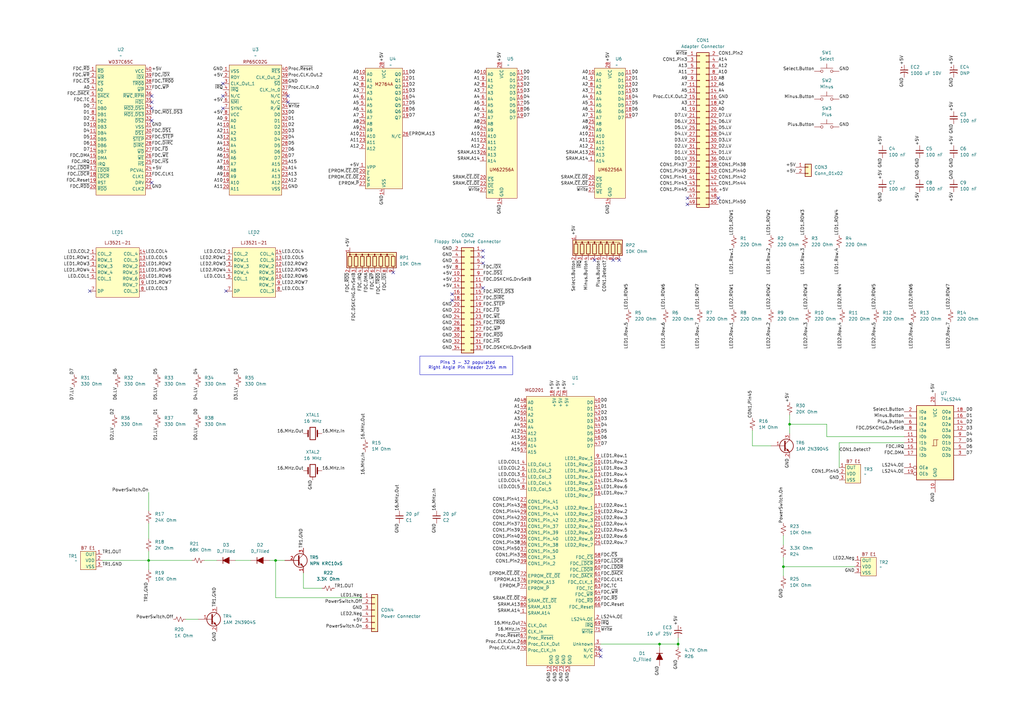
<source format=kicad_sch>
(kicad_sch (version 20231120) (generator "eeschema") (generator_version "8.0")
  (paper "A3")
  (lib_symbols
    (symbol "!MGD:ELM97xxxxB"
      (property "Reference" "U" (at 5.334 4.826 0))
      (symbol "ELM97xxxxB_0_0"
        (pin output line (at 0 0 0) (length 2.54) (name "OUT") (number "1"))
        (pin power_in line (at 0 -2.54 0) (length 2.54) (name "VDD") (number "2"))
        (pin power_in line (at 0 -5.08 0) (length 2.54) (name "VSS") (number "3"))
      )
      (symbol "ELM97xxxxB_1_1"
        (text "B7 E1" (at 5.842 2.54 0) (effects (font (size 1.27 1.27))))
      )
    )
    (symbol "!MGD:LJ3521-21"
      (property "Reference" "U" (at 11.43 7.112 0))
      (symbol "LJ3521-21_0_0"
        (pin output line (at 0 0 0) (length 2.54) (name "COL_2") (number "1"))
        (pin input line (at 22.86 -10.16 180) (length 2.54) (name "ROW_6") (number "10"))
        (pin input line (at 22.86 -7.62 180) (length 2.54) (name "ROW_5") (number "11"))
        (pin input line (at 22.86 -5.08 180) (length 2.54) (name "ROW_2") (number "12"))
        (pin output line (at 22.86 -2.54 180) (length 2.54) (name "COL_5") (number "13"))
        (pin output line (at 22.86 0 180) (length 2.54) (name "COL_4") (number "14"))
        (pin input line (at 0 -2.54 0) (length 2.54) (name "ROW_1") (number "2"))
        (pin input line (at 0 -5.08 0) (length 2.54) (name "ROW_3") (number "3"))
        (pin input line (at 0 -7.62 0) (length 2.54) (name "ROW_4") (number "4"))
        (pin output line (at 0 -10.16 0) (length 2.54) (name "COL_1") (number "5"))
        (pin output line (at 0 -15.24 0) (length 2.54) (name "DP") (number "7"))
        (pin output line (at 22.86 -15.24 180) (length 2.54) (name "COL_3") (number "8"))
        (pin input line (at 22.86 -12.7 180) (length 2.54) (name "ROW_7") (number "9"))
      )
      (symbol "LJ3521-21_1_1"
        (text "LJ3521-21" (at 11.43 4.572 0) (effects (font (size 1.27 1.27))))
      )
    )
    (symbol "!MGD:M2764A"
      (property "Reference" "U" (at 11.684 2.032 0))
      (symbol "M2764A_0_0"
        (pin power_in line (at -2.54 -40.64 0) (length 2.54) (name "VPP") (number "1"))
        (pin input line (at -2.54 -2.54 0) (length 2.54) (name "A0") (number "10"))
        (pin bidirectional line (at 17.78 -2.54 180) (length 2.54) (name "Q0") (number "11"))
        (pin bidirectional line (at 17.78 -5.08 180) (length 2.54) (name "Q1") (number "12"))
        (pin bidirectional line (at 17.78 -7.62 180) (length 2.54) (name "Q2") (number "13"))
        (pin power_in line (at 7.62 -52.07 90) (length 2.54) (name "VSS") (number "14"))
        (pin bidirectional line (at 17.78 -10.16 180) (length 2.54) (name "Q3") (number "15"))
        (pin bidirectional line (at 17.78 -12.7 180) (length 2.54) (name "Q4") (number "16"))
        (pin bidirectional line (at 17.78 -15.24 180) (length 2.54) (name "Q5") (number "17"))
        (pin bidirectional line (at 17.78 -17.78 180) (length 2.54) (name "Q6") (number "18"))
        (pin bidirectional line (at 17.78 -20.32 180) (length 2.54) (name "Q7") (number "19"))
        (pin input line (at -2.54 -33.02 0) (length 2.54) (name "A12") (number "2"))
        (pin input line (at -2.54 -43.18 0) (length 2.54) (name "~{E}") (number "20"))
        (pin input line (at -2.54 -27.94 0) (length 2.54) (name "A10") (number "21"))
        (pin input line (at -2.54 -45.72 0) (length 2.54) (name "~{G}") (number "22"))
        (pin input line (at -2.54 -30.48 0) (length 2.54) (name "A11") (number "23"))
        (pin input line (at -2.54 -25.4 0) (length 2.54) (name "A9") (number "24"))
        (pin input line (at -2.54 -22.86 0) (length 2.54) (name "A8") (number "25"))
        (pin passive line (at 17.78 -27.94 180) (length 2.54) (name "N/C") (number "26"))
        (pin input line (at -2.54 -48.26 0) (length 2.54) (name "~{P}") (number "27"))
        (pin power_in line (at 7.62 2.54 270) (length 2.54) (name "VCC") (number "28"))
        (pin input line (at -2.54 -20.32 0) (length 2.54) (name "A7") (number "3"))
        (pin input line (at -2.54 -17.78 0) (length 2.54) (name "A6") (number "4"))
        (pin input line (at -2.54 -15.24 0) (length 2.54) (name "A5") (number "5"))
        (pin input line (at -2.54 -12.7 0) (length 2.54) (name "A4") (number "6"))
        (pin input line (at -2.54 -10.16 0) (length 2.54) (name "A3") (number "7"))
        (pin input line (at -2.54 -7.62 0) (length 2.54) (name "A2") (number "8"))
        (pin input line (at -2.54 -5.08 0) (length 2.54) (name "A1") (number "9"))
      )
      (symbol "M2764A_1_1"
        (text "M2764A" (at 7.62 -6.604 0) (effects (font (size 1.27 1.27))))
      )
    )
    (symbol "!MGD:RP65C02G"
      (property "Reference" "U" (at 13.208 5.842 0))
      (symbol "RP65C02G_0_0"
        (pin power_in line (at 0 0 0) (length 2.54) (name "VSS") (number "1"))
        (pin output line (at 0 -22.86 0) (length 2.54) (name "A1") (number "10"))
        (pin output line (at 0 -25.4 0) (length 2.54) (name "A2") (number "11"))
        (pin output line (at 0 -27.94 0) (length 2.54) (name "A3") (number "12"))
        (pin output line (at 0 -30.48 0) (length 2.54) (name "A4") (number "13"))
        (pin output line (at 0 -33.02 0) (length 2.54) (name "A5") (number "14"))
        (pin output line (at 0 -35.56 0) (length 2.54) (name "A6") (number "15"))
        (pin output line (at 0 -38.1 0) (length 2.54) (name "A7") (number "16"))
        (pin output line (at 0 -40.64 0) (length 2.54) (name "A8") (number "17"))
        (pin output line (at 0 -43.18 0) (length 2.54) (name "A9") (number "18"))
        (pin output line (at 0 -45.72 0) (length 2.54) (name "A10") (number "19"))
        (pin input line (at 0 -2.54 0) (length 2.54) (name "RDY") (number "2"))
        (pin output line (at 0 -48.26 0) (length 2.54) (name "A11") (number "20"))
        (pin power_in line (at 26.67 -48.26 180) (length 2.54) (name "VSS") (number "21"))
        (pin output line (at 26.67 -45.72 180) (length 2.54) (name "A12") (number "22"))
        (pin output line (at 26.67 -43.18 180) (length 2.54) (name "A13") (number "23"))
        (pin output line (at 26.67 -40.64 180) (length 2.54) (name "A14") (number "24"))
        (pin output line (at 26.67 -38.1 180) (length 2.54) (name "A15") (number "25"))
        (pin bidirectional line (at 26.67 -35.56 180) (length 2.54) (name "D7") (number "26"))
        (pin bidirectional line (at 26.67 -33.02 180) (length 2.54) (name "D6") (number "27"))
        (pin bidirectional line (at 26.67 -30.48 180) (length 2.54) (name "D5") (number "28"))
        (pin bidirectional line (at 26.67 -27.94 180) (length 2.54) (name "D4") (number "29"))
        (pin output line (at 0 -5.08 0) (length 2.54) (name "CLK_Out_1") (number "3"))
        (pin bidirectional line (at 26.67 -25.4 180) (length 2.54) (name "D3") (number "30"))
        (pin bidirectional line (at 26.67 -22.86 180) (length 2.54) (name "D2") (number "31"))
        (pin bidirectional line (at 26.67 -20.32 180) (length 2.54) (name "D1") (number "32"))
        (pin bidirectional line (at 26.67 -17.78 180) (length 2.54) (name "D0") (number "33"))
        (pin input line (at 26.67 -15.24 180) (length 2.54) (name "R/~{W}") (number "34"))
        (pin passive line (at 26.67 -12.7 180) (length 2.54) (name "N/C") (number "35"))
        (pin passive line (at 26.67 -10.16 180) (length 2.54) (name "N/C") (number "36"))
        (pin input line (at 26.67 -7.62 180) (length 2.54) (name "CLK_In_0") (number "37"))
        (pin input line (at 26.67 -5.08 180) (length 2.54) (name "~{SO}") (number "38"))
        (pin output line (at 26.67 -2.54 180) (length 2.54) (name "CLK_Out_2") (number "39"))
        (pin input line (at 0 -7.62 0) (length 2.54) (name "~{IRQ}") (number "4"))
        (pin input line (at 26.67 0 180) (length 2.54) (name "~{RES}") (number "40"))
        (pin passive line (at 0 -10.16 0) (length 2.54) (name "N/C") (number "5"))
        (pin input line (at 0 -12.7 0) (length 2.54) (name "~{NMI}") (number "6"))
        (pin output line (at 0 -15.24 0) (length 2.54) (name "SYNC") (number "7"))
        (pin power_in line (at 0 -17.78 0) (length 2.54) (name "VCC") (number "8"))
        (pin output line (at 0 -20.32 0) (length 2.54) (name "A0") (number "9"))
      )
      (symbol "RP65C02G_1_1"
        (text "RP65C02G" (at 13.208 3.81 0) (effects (font (size 1.27 1.27))))
      )
    )
    (symbol "!MGD:UM62256A-10L"
      (property "Reference" "U" (at 10.16 2.032 0))
      (symbol "UM62256A-10L_0_0"
        (pin input line (at -2.54 -38.1 0) (length 2.54) (name "A14") (number "1"))
        (pin input line (at -2.54 -2.54 0) (length 2.54) (name "A0") (number "10"))
        (pin bidirectional line (at 15.24 -2.54 180) (length 2.54) (name "D0") (number "11"))
        (pin bidirectional line (at 15.24 -5.08 180) (length 2.54) (name "D1") (number "12"))
        (pin bidirectional line (at 15.24 -7.62 180) (length 2.54) (name "D2") (number "13"))
        (pin power_in line (at 6.35 -55.88 90) (length 2.54) (name "GND") (number "14"))
        (pin bidirectional line (at 15.24 -10.16 180) (length 2.54) (name "D3") (number "15"))
        (pin bidirectional line (at 15.24 -12.7 180) (length 2.54) (name "D4") (number "16"))
        (pin bidirectional line (at 15.24 -15.24 180) (length 2.54) (name "D5") (number "17"))
        (pin bidirectional line (at 15.24 -17.78 180) (length 2.54) (name "D6") (number "18"))
        (pin bidirectional line (at 15.24 -20.32 180) (length 2.54) (name "D7") (number "19"))
        (pin input line (at -2.54 -33.02 0) (length 2.54) (name "A12") (number "2"))
        (pin input line (at -2.54 -45.72 0) (length 2.54) (name "~{CS}") (number "20"))
        (pin input line (at -2.54 -27.94 0) (length 2.54) (name "A10") (number "21"))
        (pin input line (at -2.54 -48.26 0) (length 2.54) (name "~{OE}") (number "22"))
        (pin input line (at -2.54 -30.48 0) (length 2.54) (name "A11") (number "23"))
        (pin input line (at -2.54 -25.4 0) (length 2.54) (name "A9") (number "24"))
        (pin input line (at -2.54 -22.86 0) (length 2.54) (name "A8") (number "25"))
        (pin input line (at -2.54 -35.56 0) (length 2.54) (name "A13") (number "26"))
        (pin input line (at -2.54 -50.8 0) (length 2.54) (name "~{WE}") (number "27"))
        (pin power_in line (at 6.35 2.54 270) (length 2.54) (name "VCC") (number "28"))
        (pin input line (at -2.54 -20.32 0) (length 2.54) (name "A7") (number "3"))
        (pin input line (at -2.54 -17.78 0) (length 2.54) (name "A6") (number "4"))
        (pin input line (at -2.54 -15.24 0) (length 2.54) (name "A5") (number "5"))
        (pin input line (at -2.54 -12.7 0) (length 2.54) (name "A4") (number "6"))
        (pin input line (at -2.54 -10.16 0) (length 2.54) (name "A3") (number "7"))
        (pin input line (at -2.54 -7.62 0) (length 2.54) (name "A2") (number "8"))
        (pin input line (at -2.54 -5.08 0) (length 2.54) (name "A1") (number "9"))
      )
      (symbol "UM62256A-10L_1_1"
        (text "UM62256A" (at 6.35 -41.656 0) (effects (font (size 1.27 1.27))))
      )
    )
    (symbol "!MGD:WD37C65C"
      (property "Reference" "U" (at 12.7 6.35 0))
      (symbol "WD37C65C_0_0"
        (pin input line (at 0 0 0) (length 2.54) (name "~{RD}") (number "1"))
        (pin bidirectional line (at 0 -22.86 0) (length 2.54) (name "DB3") (number "10"))
        (pin bidirectional line (at 0 -25.4 0) (length 2.54) (name "DB4") (number "11"))
        (pin bidirectional line (at 0 -27.94 0) (length 2.54) (name "DB5") (number "12"))
        (pin bidirectional line (at 0 -30.48 0) (length 2.54) (name "DB6") (number "13"))
        (pin bidirectional line (at 0 -33.02 0) (length 2.54) (name "DB7") (number "14"))
        (pin output line (at 0 -35.56 0) (length 2.54) (name "DMA") (number "15"))
        (pin output line (at 0 -38.1 0) (length 2.54) (name "IRQ") (number "16"))
        (pin input line (at 0 -40.64 0) (length 2.54) (name "~{LDOR}") (number "17"))
        (pin input line (at 0 -43.18 0) (length 2.54) (name "~{LDCR}") (number "18"))
        (pin input line (at 0 -45.72 0) (length 2.54) (name "RST") (number "19"))
        (pin input line (at 0 -2.54 0) (length 2.54) (name "~{WR}") (number "2"))
        (pin input line (at 0 -48.26 0) (length 2.54) (name "~{RDD}") (number "20"))
        (pin output line (at 25.4 -48.26 180) (length 2.54) (name "CLK2") (number "21"))
        (pin output line (at 25.4 -45.72 180) (length 2.54) (name "DRV") (number "22"))
        (pin input line (at 25.4 -43.18 180) (length 2.54) (name "CLK1") (number "23"))
        (pin input line (at 25.4 -40.64 180) (length 2.54) (name "PCVAL") (number "24"))
        (pin output line (at 25.4 -38.1 180) (length 2.54) (name "~{HS}") (number "25"))
        (pin output line (at 25.4 -35.56 180) (length 2.54) (name "~{WE}") (number "26"))
        (pin output line (at 25.4 -33.02 180) (length 2.54) (name "~{WD}") (number "27"))
        (pin output line (at 25.4 -30.48 180) (length 2.54) (name "~{DIRC}") (number "28"))
        (pin output line (at 25.4 -27.94 180) (length 2.54) (name "~{STEP}") (number "29"))
        (pin input line (at 0 -5.08 0) (length 2.54) (name "~{CS}") (number "3"))
        (pin output line (at 25.4 -25.4 180) (length 2.54) (name "~{DS1}") (number "30"))
        (pin power_in line (at 25.4 -22.86 180) (length 2.54) (name "VSS") (number "31"))
        (pin output line (at 25.4 -20.32 180) (length 2.54) (name "~{DS2}") (number "32"))
        (pin output line (at 25.4 -17.78 180) (length 2.54) (name "~{MO1},~{DS3}") (number "33"))
        (pin output line (at 25.4 -15.24 180) (length 2.54) (name "~{MO2},~{DS4}") (number "34"))
        (pin output line (at 25.4 -12.7 180) (length 2.54) (name "~{HDL}") (number "35"))
        (pin output line (at 25.4 -10.16 180) (length 2.54) (name "~{RWC},~{RPM}") (number "36"))
        (pin input line (at 25.4 -7.62 180) (length 2.54) (name "~{WP}") (number "37"))
        (pin input line (at 25.4 -5.08 180) (length 2.54) (name "~{TR00}") (number "38"))
        (pin input line (at 25.4 -2.54 180) (length 2.54) (name "~{IDX}") (number "39"))
        (pin input line (at 0 -7.62 0) (length 2.54) (name "A0") (number "4"))
        (pin power_in line (at 25.4 0 180) (length 2.54) (name "VCC") (number "40"))
        (pin input line (at 0 -10.16 0) (length 2.54) (name "~{DACK}") (number "5"))
        (pin input line (at 0 -12.7 0) (length 2.54) (name "TC") (number "6"))
        (pin bidirectional line (at 0 -15.24 0) (length 2.54) (name "DB0") (number "7"))
        (pin bidirectional line (at 0 -17.78 0) (length 2.54) (name "DB1") (number "8"))
        (pin bidirectional line (at 0 -20.32 0) (length 2.54) (name "DB2") (number "9"))
      )
      (symbol "WD37C65C_1_1"
        (text "WD37C65C" (at 12.7 3.81 0) (effects (font (size 1.27 1.27))))
      )
    )
    (symbol "74xx:74LS244" (pin_names (offset 1.016))
      (property "Reference" "U" (at -7.62 16.51 0))
      (property "Value" "74LS244" (at -7.62 -16.51 0))
      (symbol "74LS244_1_0"
        (pin input inverted (at -12.7 -10.16 0) (length 5.08) (name "OEa") (number "1"))
        (pin power_in line (at 0 -20.32 90) (length 5.08) (name "GND") (number "10"))
        (pin input line (at -12.7 2.54 0) (length 5.08) (name "I0b") (number "11"))
        (pin tri_state line (at 12.7 5.08 180) (length 5.08) (name "O3a") (number "12"))
        (pin input line (at -12.7 0 0) (length 5.08) (name "I1b") (number "13"))
        (pin tri_state line (at 12.7 7.62 180) (length 5.08) (name "O2a") (number "14"))
        (pin input line (at -12.7 -2.54 0) (length 5.08) (name "I2b") (number "15"))
        (pin tri_state line (at 12.7 10.16 180) (length 5.08) (name "O1a") (number "16"))
        (pin input line (at -12.7 -5.08 0) (length 5.08) (name "I3b") (number "17"))
        (pin tri_state line (at 12.7 12.7 180) (length 5.08) (name "O0a") (number "18"))
        (pin input inverted (at -12.7 -12.7 0) (length 5.08) (name "OEb") (number "19"))
        (pin input line (at -12.7 12.7 0) (length 5.08) (name "I0a") (number "2"))
        (pin power_in line (at 0 20.32 270) (length 5.08) (name "VCC") (number "20"))
        (pin tri_state line (at 12.7 -5.08 180) (length 5.08) (name "O3b") (number "3"))
        (pin input line (at -12.7 10.16 0) (length 5.08) (name "I1a") (number "4"))
        (pin tri_state line (at 12.7 -2.54 180) (length 5.08) (name "O2b") (number "5"))
        (pin input line (at -12.7 7.62 0) (length 5.08) (name "I2a") (number "6"))
        (pin tri_state line (at 12.7 0 180) (length 5.08) (name "O1b") (number "7"))
        (pin input line (at -12.7 5.08 0) (length 5.08) (name "I3a") (number "8"))
        (pin tri_state line (at 12.7 2.54 180) (length 5.08) (name "O0b") (number "9"))
      )
    )
    (symbol "Connector_Generic:Conn_01x02" (pin_names (offset 1.016) hide)
      (property "Reference" "J" (at 0 2.54 0))
      (property "Value" "Conn_01x02" (at 0 -5.08 0))
      (symbol "Conn_01x02_1_1"
        (pin passive line (at -5.08 0 0) (length 3.81) (name "Pin_1") (number "1"))
        (pin passive line (at -5.08 -2.54 0) (length 3.81) (name "Pin_2") (number "2"))
      )
    )
    (symbol "Connector_Generic:Conn_01x06" (pin_names (offset 1.016) hide)
      (property "Reference" "J" (at 0 7.62 0))
      (property "Value" "Conn_01x06" (at 0 -10.16 0))
      (symbol "Conn_01x06_1_1"
        (pin passive line (at -5.08 5.08 0) (length 3.81) (name "Pin_1") (number "1"))
        (pin passive line (at -5.08 2.54 0) (length 3.81) (name "Pin_2") (number "2"))
        (pin passive line (at -5.08 0 0) (length 3.81) (name "Pin_3") (number "3"))
        (pin passive line (at -5.08 -2.54 0) (length 3.81) (name "Pin_4") (number "4"))
        (pin passive line (at -5.08 -5.08 0) (length 3.81) (name "Pin_5") (number "5"))
        (pin passive line (at -5.08 -7.62 0) (length 3.81) (name "Pin_6") (number "6"))
      )
    )
    (symbol "Connector_Generic:Conn_02x17_Odd_Even" (pin_names (offset 1.016) hide)
      (property "Reference" "J" (at 1.27 22.86 0))
      (property "Value" "Conn_02x17_Odd_Even" (at 1.27 -22.86 0))
      (symbol "Conn_02x17_Odd_Even_1_1"
        (pin passive line (at -5.08 20.32 0) (length 3.81) (name "Pin_1") (number "1"))
        (pin passive line (at 7.62 10.16 180) (length 3.81) (name "Pin_10") (number "10"))
        (pin passive line (at -5.08 7.62 0) (length 3.81) (name "Pin_11") (number "11"))
        (pin passive line (at 7.62 7.62 180) (length 3.81) (name "Pin_12") (number "12"))
        (pin passive line (at -5.08 5.08 0) (length 3.81) (name "Pin_13") (number "13"))
        (pin passive line (at 7.62 5.08 180) (length 3.81) (name "Pin_14") (number "14"))
        (pin passive line (at -5.08 2.54 0) (length 3.81) (name "Pin_15") (number "15"))
        (pin passive line (at 7.62 2.54 180) (length 3.81) (name "Pin_16") (number "16"))
        (pin passive line (at -5.08 0 0) (length 3.81) (name "Pin_17") (number "17"))
        (pin passive line (at 7.62 0 180) (length 3.81) (name "Pin_18") (number "18"))
        (pin passive line (at -5.08 -2.54 0) (length 3.81) (name "Pin_19") (number "19"))
        (pin passive line (at 7.62 20.32 180) (length 3.81) (name "Pin_2") (number "2"))
        (pin passive line (at 7.62 -2.54 180) (length 3.81) (name "Pin_20") (number "20"))
        (pin passive line (at -5.08 -5.08 0) (length 3.81) (name "Pin_21") (number "21"))
        (pin passive line (at 7.62 -5.08 180) (length 3.81) (name "Pin_22") (number "22"))
        (pin passive line (at -5.08 -7.62 0) (length 3.81) (name "Pin_23") (number "23"))
        (pin passive line (at 7.62 -7.62 180) (length 3.81) (name "Pin_24") (number "24"))
        (pin passive line (at -5.08 -10.16 0) (length 3.81) (name "Pin_25") (number "25"))
        (pin passive line (at 7.62 -10.16 180) (length 3.81) (name "Pin_26") (number "26"))
        (pin passive line (at -5.08 -12.7 0) (length 3.81) (name "Pin_27") (number "27"))
        (pin passive line (at 7.62 -12.7 180) (length 3.81) (name "Pin_28") (number "28"))
        (pin passive line (at -5.08 -15.24 0) (length 3.81) (name "Pin_29") (number "29"))
        (pin passive line (at -5.08 17.78 0) (length 3.81) (name "Pin_3") (number "3"))
        (pin passive line (at 7.62 -15.24 180) (length 3.81) (name "Pin_30") (number "30"))
        (pin passive line (at -5.08 -17.78 0) (length 3.81) (name "Pin_31") (number "31"))
        (pin passive line (at 7.62 -17.78 180) (length 3.81) (name "Pin_32") (number "32"))
        (pin passive line (at -5.08 -20.32 0) (length 3.81) (name "Pin_33") (number "33"))
        (pin passive line (at 7.62 -20.32 180) (length 3.81) (name "Pin_34") (number "34"))
        (pin passive line (at 7.62 17.78 180) (length 3.81) (name "Pin_4") (number "4"))
        (pin passive line (at -5.08 15.24 0) (length 3.81) (name "Pin_5") (number "5"))
        (pin passive line (at 7.62 15.24 180) (length 3.81) (name "Pin_6") (number "6"))
        (pin passive line (at -5.08 12.7 0) (length 3.81) (name "Pin_7") (number "7"))
        (pin passive line (at 7.62 12.7 180) (length 3.81) (name "Pin_8") (number "8"))
        (pin passive line (at -5.08 10.16 0) (length 3.81) (name "Pin_9") (number "9"))
      )
    )
    (symbol "Connector_Generic:Conn_02x25_Odd_Even" (pin_names (offset 1.016) hide)
      (property "Reference" "J" (at 1.27 33.02 0))
      (property "Value" "Conn_02x25_Odd_Even" (at 1.27 -33.02 0))
      (symbol "Conn_02x25_Odd_Even_1_1"
        (pin passive line (at -5.08 30.48 0) (length 3.81) (name "Pin_1") (number "1"))
        (pin passive line (at 7.62 20.32 180) (length 3.81) (name "Pin_10") (number "10"))
        (pin passive line (at -5.08 17.78 0) (length 3.81) (name "Pin_11") (number "11"))
        (pin passive line (at 7.62 17.78 180) (length 3.81) (name "Pin_12") (number "12"))
        (pin passive line (at -5.08 15.24 0) (length 3.81) (name "Pin_13") (number "13"))
        (pin passive line (at 7.62 15.24 180) (length 3.81) (name "Pin_14") (number "14"))
        (pin passive line (at -5.08 12.7 0) (length 3.81) (name "Pin_15") (number "15"))
        (pin passive line (at 7.62 12.7 180) (length 3.81) (name "Pin_16") (number "16"))
        (pin passive line (at -5.08 10.16 0) (length 3.81) (name "Pin_17") (number "17"))
        (pin passive line (at 7.62 10.16 180) (length 3.81) (name "Pin_18") (number "18"))
        (pin passive line (at -5.08 7.62 0) (length 3.81) (name "Pin_19") (number "19"))
        (pin passive line (at 7.62 30.48 180) (length 3.81) (name "Pin_2") (number "2"))
        (pin passive line (at 7.62 7.62 180) (length 3.81) (name "Pin_20") (number "20"))
        (pin passive line (at -5.08 5.08 0) (length 3.81) (name "Pin_21") (number "21"))
        (pin passive line (at 7.62 5.08 180) (length 3.81) (name "Pin_22") (number "22"))
        (pin passive line (at -5.08 2.54 0) (length 3.81) (name "Pin_23") (number "23"))
        (pin passive line (at 7.62 2.54 180) (length 3.81) (name "Pin_24") (number "24"))
        (pin passive line (at -5.08 0 0) (length 3.81) (name "Pin_25") (number "25"))
        (pin passive line (at 7.62 0 180) (length 3.81) (name "Pin_26") (number "26"))
        (pin passive line (at -5.08 -2.54 0) (length 3.81) (name "Pin_27") (number "27"))
        (pin passive line (at 7.62 -2.54 180) (length 3.81) (name "Pin_28") (number "28"))
        (pin passive line (at -5.08 -5.08 0) (length 3.81) (name "Pin_29") (number "29"))
        (pin passive line (at -5.08 27.94 0) (length 3.81) (name "Pin_3") (number "3"))
        (pin passive line (at 7.62 -5.08 180) (length 3.81) (name "Pin_30") (number "30"))
        (pin passive line (at -5.08 -7.62 0) (length 3.81) (name "Pin_31") (number "31"))
        (pin passive line (at 7.62 -7.62 180) (length 3.81) (name "Pin_32") (number "32"))
        (pin passive line (at -5.08 -10.16 0) (length 3.81) (name "Pin_33") (number "33"))
        (pin passive line (at 7.62 -10.16 180) (length 3.81) (name "Pin_34") (number "34"))
        (pin passive line (at -5.08 -12.7 0) (length 3.81) (name "Pin_35") (number "35"))
        (pin passive line (at 7.62 -12.7 180) (length 3.81) (name "Pin_36") (number "36"))
        (pin passive line (at -5.08 -15.24 0) (length 3.81) (name "Pin_37") (number "37"))
        (pin passive line (at 7.62 -15.24 180) (length 3.81) (name "Pin_38") (number "38"))
        (pin passive line (at -5.08 -17.78 0) (length 3.81) (name "Pin_39") (number "39"))
        (pin passive line (at 7.62 27.94 180) (length 3.81) (name "Pin_4") (number "4"))
        (pin passive line (at 7.62 -17.78 180) (length 3.81) (name "Pin_40") (number "40"))
        (pin passive line (at -5.08 -20.32 0) (length 3.81) (name "Pin_41") (number "41"))
        (pin passive line (at 7.62 -20.32 180) (length 3.81) (name "Pin_42") (number "42"))
        (pin passive line (at -5.08 -22.86 0) (length 3.81) (name "Pin_43") (number "43"))
        (pin passive line (at 7.62 -22.86 180) (length 3.81) (name "Pin_44") (number "44"))
        (pin passive line (at -5.08 -25.4 0) (length 3.81) (name "Pin_45") (number "45"))
        (pin passive line (at 7.62 -25.4 180) (length 3.81) (name "Pin_46") (number "46"))
        (pin passive line (at -5.08 -27.94 0) (length 3.81) (name "Pin_47") (number "47"))
        (pin passive line (at 7.62 -27.94 180) (length 3.81) (name "Pin_48") (number "48"))
        (pin passive line (at -5.08 -30.48 0) (length 3.81) (name "Pin_49") (number "49"))
        (pin passive line (at -5.08 25.4 0) (length 3.81) (name "Pin_5") (number "5"))
        (pin passive line (at 7.62 -30.48 180) (length 3.81) (name "Pin_50") (number "50"))
        (pin passive line (at 7.62 25.4 180) (length 3.81) (name "Pin_6") (number "6"))
        (pin passive line (at -5.08 22.86 0) (length 3.81) (name "Pin_7") (number "7"))
        (pin passive line (at 7.62 22.86 180) (length 3.81) (name "Pin_8") (number "8"))
        (pin passive line (at -5.08 20.32 0) (length 3.81) (name "Pin_9") (number "9"))
      )
    )
    (symbol "Crystal_1" (pin_numbers hide) (pin_names (offset 1.016) hide)
      (property "Reference" "XTAL2" (at 0 7.62 0))
      (property "Value" "16 MHz" (at 0 5.08 0))
      (symbol "Crystal_1_1_1"
        (pin passive line (at -3.81 0 0) (length 1.27) (name "1") (number "1"))
        (pin passive line (at 3.81 0 180) (length 1.27) (name "2") (number "2"))
        (pin passive line (at 0 -3.81 90) (length 1.27) (name "") (number "3"))
      )
    )
    (symbol "Device:C_Polarized_Small_US" (pin_numbers hide) (pin_names (offset 0.254) hide)
      (property "Reference" "C" (at 0.254 1.778 0))
      (property "Value" "C_Polarized_Small_US" (at 0.254 -2.032 0))
      (symbol "C_Polarized_Small_US_1_1"
        (pin passive line (at 0 2.54 270) (length 2.032) (name "~") (number "1"))
        (pin passive line (at 0 -2.54 90) (length 2.032) (name "~") (number "2"))
      )
    )
    (symbol "Device:C_Small" (pin_numbers hide) (pin_names (offset 0.254) hide)
      (property "Reference" "C" (at 0.254 1.778 0))
      (property "Value" "C_Small" (at 0.254 -2.032 0))
      (symbol "C_Small_1_1"
        (pin passive line (at 0 2.54 270) (length 2.032) (name "~") (number "1"))
        (pin passive line (at 0 -2.54 90) (length 2.032) (name "~") (number "2"))
      )
    )
    (symbol "Device:Crystal" (pin_numbers hide) (pin_names (offset 1.016) hide)
      (property "Reference" "Y" (at 0 3.81 0))
      (property "Value" "Crystal" (at 0 -3.81 0))
      (symbol "Crystal_1_1"
        (pin passive line (at -3.81 0 0) (length 1.27) (name "1") (number "1"))
        (pin passive line (at 3.81 0 180) (length 1.27) (name "2") (number "2"))
      )
    )
    (symbol "Device:D_Filled" (pin_numbers hide) (pin_names (offset 1.016) hide)
      (property "Reference" "D" (at 0 2.54 0))
      (property "Value" "D_Filled" (at 0 -2.54 0))
      (symbol "D_Filled_1_1"
        (pin passive line (at -3.81 0 0) (length 2.54) (name "K") (number "1"))
        (pin passive line (at 3.81 0 180) (length 2.54) (name "A") (number "2"))
      )
    )
    (symbol "Device:Q_NPN_BEC" (pin_names (offset 0) hide)
      (property "Reference" "Q" (at 5.08 1.27 0))
      (property "Value" "Q_NPN_BEC" (at 5.08 -1.27 0))
      (symbol "Q_NPN_BEC_1_1"
        (pin input line (at -5.08 0 0) (length 5.715) (name "B") (number "1"))
        (pin passive line (at 2.54 -5.08 90) (length 2.54) (name "E") (number "2"))
        (pin passive line (at 2.54 5.08 270) (length 2.54) (name "C") (number "3"))
      )
    )
    (symbol "Device:Q_NPN_EBC" (pin_names (offset 0) hide)
      (property "Reference" "Q" (at 5.08 1.27 0))
      (property "Value" "Q_NPN_EBC" (at 5.08 -1.27 0))
      (symbol "Q_NPN_EBC_1_1"
        (pin passive line (at 2.54 -5.08 90) (length 2.54) (name "E") (number "1"))
        (pin passive line (at -5.08 0 0) (length 5.715) (name "B") (number "2"))
        (pin passive line (at 2.54 5.08 270) (length 2.54) (name "C") (number "3"))
      )
    )
    (symbol "Device:R_Network08" (pin_names (offset 0) hide)
      (property "Reference" "RN" (at -12.7 0 90))
      (property "Value" "R_Network08" (at 10.16 0 90))
      (symbol "R_Network08_1_1"
        (pin passive line (at -10.16 5.08 270) (length 2.54) (name "common") (number "1"))
        (pin passive line (at -10.16 -5.08 90) (length 1.27) (name "R1") (number "2"))
        (pin passive line (at -7.62 -5.08 90) (length 1.27) (name "R2") (number "3"))
        (pin passive line (at -5.08 -5.08 90) (length 1.27) (name "R3") (number "4"))
        (pin passive line (at -2.54 -5.08 90) (length 1.27) (name "R4") (number "5"))
        (pin passive line (at 0 -5.08 90) (length 1.27) (name "R5") (number "6"))
        (pin passive line (at 2.54 -5.08 90) (length 1.27) (name "R6") (number "7"))
        (pin passive line (at 5.08 -5.08 90) (length 1.27) (name "R7") (number "8"))
        (pin passive line (at 7.62 -5.08 90) (length 1.27) (name "R8") (number "9"))
      )
    )
    (symbol "Device:R_Small_US" (pin_numbers hide) (pin_names (offset 0.254) hide)
      (property "Reference" "R" (at 0.762 0.508 0))
      (property "Value" "R_Small_US" (at 0.762 -1.016 0))
      (symbol "R_Small_US_1_1"
        (pin passive line (at 0 2.54 270) (length 1.016) (name "~") (number "1"))
        (pin passive line (at 0 -2.54 90) (length 1.016) (name "~") (number "2"))
      )
    )
    (symbol "MGD201_1"
      (property "Reference" "U8" (at 5.842 8.89 0))
      (property "Value" "~" (at 5.842 6.35 0))
      (symbol "MGD201_1_0_0"
        (pin output line (at 0 -87.63 0) (length 2.54) (name "SRAM.A14") (number "1"))
        (pin input line (at 33.02 -26.67 180) (length 2.54) (name "LED1_Row_2") (number "10"))
        (pin input line (at 33.02 -29.21 180) (length 2.54) (name "LED1_Row_3") (number "11"))
        (pin power_in line (at 12.7 -111.76 90) (length 2.54) (name "GND") (number "12"))
        (pin input line (at 33.02 -31.75 180) (length 2.54) (name "LED1_Row_4") (number "13"))
        (pin input line (at 33.02 -34.29 180) (length 2.54) (name "LED1_Row_5") (number "14"))
        (pin input line (at 33.02 -36.83 180) (length 2.54) (name "LED1_Row_6") (number "15"))
        (pin input line (at 33.02 -39.37 180) (length 2.54) (name "LED1_Row_7") (number "16"))
        (pin input line (at 33.02 -44.45 180) (length 2.54) (name "LED2_Row_1") (number "17"))
        (pin power_in line (at 13.97 3.81 270) (length 2.54) (name "+5V") (number "18"))
        (pin input line (at 33.02 -46.99 180) (length 2.54) (name "LED2_Row_2") (number "19"))
        (pin output line (at 33.02 -90.17 180) (length 2.54) (name "LS244.OE") (number "2"))
        (pin input line (at 33.02 -49.53 180) (length 2.54) (name "LED2_Row_3") (number "20"))
        (pin input line (at 33.02 -52.07 180) (length 2.54) (name "LED2_Row_4") (number "21"))
        (pin input line (at 33.02 -54.61 180) (length 2.54) (name "LED2_Row_5") (number "22"))
        (pin input line (at 33.02 -57.15 180) (length 2.54) (name "LED2_Row_6") (number "23"))
        (pin power_in line (at 16.51 3.81 270) (length 2.54) (name "+5V") (number "24"))
        (pin input line (at 33.02 -59.69 180) (length 2.54) (name "LED2_Row_7") (number "25"))
        (pin passive line (at 33.02 -102.87 180) (length 2.54) (name "N/C") (number "26"))
        (pin passive line (at 0 -49.53 0) (length 2.54) (name "CON1_Pin_42") (number "30"))
        (pin passive line (at 0 -52.07 0) (length 2.54) (name "CON1_Pin_37") (number "31"))
        (pin power_in line (at 15.24 -111.76 90) (length 2.54) (name "GND") (number "32"))
        (pin passive line (at 0 -54.61 0) (length 2.54) (name "CON1_Pin_39") (number "33"))
        (pin passive line (at 33.02 -105.41 180) (length 2.54) (name "N/C") (number "34"))
        (pin passive line (at 0 -57.15 0) (length 2.54) (name "CON1_Pin_40") (number "35"))
        (pin passive line (at 0 -59.69 0) (length 2.54) (name "CON1_Pin_38") (number "36"))
        (pin passive line (at 0 -62.23 0) (length 2.54) (name "CON1_Pin_50") (number "37"))
        (pin passive line (at 0 -64.77 0) (length 2.54) (name "CON1_Pin_3") (number "38"))
        (pin passive line (at 0 -67.31 0) (length 2.54) (name "CON1_Pin_2") (number "39"))
        (pin output line (at 0 -26.67 0) (length 2.54) (name "LED_Col_1") (number "4"))
        (pin bidirectional line (at 33.02 -1.27 180) (length 2.54) (name "D0") (number "40"))
        (pin bidirectional line (at 33.02 -3.81 180) (length 2.54) (name "D1") (number "41"))
        (pin bidirectional line (at 33.02 -6.35 180) (length 2.54) (name "D2") (number "42"))
        (pin bidirectional line (at 33.02 -8.89 180) (length 2.54) (name "D3") (number "43"))
        (pin bidirectional line (at 33.02 -11.43 180) (length 2.54) (name "D4") (number "44"))
        (pin bidirectional line (at 33.02 -13.97 180) (length 2.54) (name "D5") (number "45"))
        (pin bidirectional line (at 33.02 -16.51 180) (length 2.54) (name "D6") (number "46"))
        (pin bidirectional line (at 33.02 -19.05 180) (length 2.54) (name "D7") (number "47"))
        (pin input line (at 0 -1.27 0) (length 2.54) (name "A0") (number "48"))
        (pin input line (at 0 -3.81 0) (length 2.54) (name "A1") (number "49"))
        (pin output line (at 0 -29.21 0) (length 2.54) (name "LED_Col_2") (number "5"))
        (pin input line (at 0 -6.35 0) (length 2.54) (name "A2") (number "50"))
        (pin input line (at 0 -8.89 0) (length 2.54) (name "A3") (number "51"))
        (pin input line (at 0 -11.43 0) (length 2.54) (name "A4") (number "52"))
        (pin power_in line (at 20.32 -111.76 90) (length 2.54) (name "GND") (number "53"))
        (pin input line (at 0 -13.97 0) (length 2.54) (name "A12") (number "54"))
        (pin input line (at 0 -16.51 0) (length 2.54) (name "A13") (number "55"))
        (pin input line (at 0 -19.05 0) (length 2.54) (name "A14") (number "56"))
        (pin input line (at 0 -21.59 0) (length 2.54) (name "A15") (number "57"))
        (pin output line (at 33.02 -64.77 180) (length 2.54) (name "FDC_~{CS}") (number "58"))
        (pin output line (at 33.02 -67.31 180) (length 2.54) (name "FDC_~{LDCR}") (number "59"))
        (pin output line (at 0 -31.75 0) (length 2.54) (name "LED_Col_3") (number "6"))
        (pin output line (at 33.02 -69.85 180) (length 2.54) (name "FDC_~{LDOR}") (number "60"))
        (pin output line (at 33.02 -72.39 180) (length 2.54) (name "FDC_~{DACK}") (number "61"))
        (pin output line (at 33.02 -74.93 180) (length 2.54) (name "FDC_CLK_1") (number "62"))
        (pin output line (at 33.02 -77.47 180) (length 2.54) (name "FDC_TC") (number "63"))
        (pin output line (at 33.02 -80.01 180) (length 2.54) (name "FDC_~{WR}") (number "64"))
        (pin output line (at 33.02 -82.55 180) (length 2.54) (name "FDC_~{RD}") (number "65"))
        (pin output line (at 33.02 -85.09 180) (length 2.54) (name "FDC_Reset") (number "66"))
        (pin output line (at 0 -97.79 0) (length 2.54) (name "Proc_~{Reset}") (number "67"))
        (pin input line (at 0 -100.33 0) (length 2.54) (name "Proc_CLK_Out") (number "68"))
        (pin input line (at 33.02 -92.71 180) (length 2.54) (name "~{IRQ}") (number "69"))
        (pin output line (at 0 -34.29 0) (length 2.54) (name "LED_Col_4") (number "7"))
        (pin output line (at 0 -102.87 0) (length 2.54) (name "Proc_CLK_In") (number "70"))
        (pin input line (at 33.02 -95.25 180) (length 2.54) (name "~{Write}") (number "71"))
        (pin output line (at 0 -72.39 0) (length 2.54) (name "EPROM_~{CE}_~{OE}") (number "72"))
        (pin power_in line (at 17.78 -111.76 90) (length 2.54) (name "GND") (number "73"))
        (pin output line (at 0 -92.71 0) (length 2.54) (name "CLK_Out") (number "74"))
        (pin input line (at 0 -95.25 0) (length 2.54) (name "CLK_In") (number "75"))
        (pin output line (at 0 -74.93 0) (length 2.54) (name "EPROM_A13") (number "76"))
        (pin output line (at 0 -77.47 0) (length 2.54) (name "EPROM_~{P}") (number "77"))
        (pin power_in line (at 19.05 3.81 270) (length 2.54) (name "+5V") (number "78"))
        (pin output line (at 0 -82.55 0) (length 2.54) (name "SRAM_~{CE}_~{OE}") (number "79"))
        (pin output line (at 0 -36.83 0) (length 2.54) (name "LED_Col_5") (number "8"))
        (pin output line (at 0 -85.09 0) (length 2.54) (name "SRAM_A13") (number "80"))
        (pin input line (at 33.02 -24.13 180) (length 2.54) (name "LED1_Row_1") (number "9"))
      )
      (symbol "MGD201_1_1_0"
        (pin passive line (at 0 -41.91 0) (length 2.54) (name "CON1_Pin_41") (number "27"))
        (pin passive line (at 0 -44.45 0) (length 2.54) (name "CON1_Pin_43") (number "28"))
        (pin passive line (at 0 -46.99 0) (length 2.54) (name "CON1_Pin_44") (number "29"))
        (pin passive line (at 33.02 -100.33 180) (length 2.54) (name "Unknown") (number "3"))
      )
      (symbol "MGD201_1_1_1"
        (text "MGD201" (at 5.842 3.81 0) (effects (font (size 1.27 1.27))))
      )
    )
    (symbol "Switch:SW_Push" (pin_numbers hide) (pin_names (offset 1.016) hide)
      (property "Reference" "SW" (at 1.27 2.54 0))
      (property "Value" "SW_Push" (at 0 -1.524 0))
      (symbol "SW_Push_0_1"
        (pin passive line (at -5.08 0 0) (length 2.54) (name "1") (number "1"))
        (pin passive line (at 5.08 0 180) (length 2.54) (name "2") (number "2"))
      )
    )
  )
  (junction (at 278.13 264.16))
  (junction (at 321.31 232.41))
  (junction (at 323.85 173.99))
  (junction (at 113.03 229.87))
  (junction (at 60.96 229.87))
  (junction (at 270.51 264.16))
  (no_connect (at 254 106.68))
  (no_connect (at 198.12 105.41))
  (no_connect (at 62.23 39.37))
  (no_connect (at 161.29 111.76))
  (no_connect (at 246.38 266.7))
  (no_connect (at 91.44 39.37))
  (no_connect (at 62.23 49.53))
  (no_connect (at 118.11 39.37))
  (no_connect (at 185.42 120.65))
  (no_connect (at 91.44 34.29))
  (no_connect (at 281.94 81.28))
  (no_connect (at 185.42 123.19))
  (no_connect (at 118.11 41.91))
  (no_connect (at 91.44 44.45))
  (no_connect (at 62.23 41.91))
  (no_connect (at 281.94 83.82))
  (no_connect (at 62.23 74.93))
  (no_connect (at 36.83 119.38))
  (no_connect (at 294.64 81.28))
  (no_connect (at 198.12 118.11))
  (no_connect (at 246.38 269.24))
  (no_connect (at 198.12 107.95))
  (no_connect (at 198.12 102.87))
  (no_connect (at 62.23 44.45))
  (no_connect (at 243.84 106.68))
  (no_connect (at 92.71 119.38))
  (no_connect (at 251.46 106.68))
  (wire (pts (xy 278.13 261.62) (xy 278.13 264.16)))
  (wire (pts (xy 246.38 264.16) (xy 270.51 264.16)))
  (wire (pts (xy 132.08 241.3) (xy 124.46 241.3)))
  (wire (pts (xy 321.31 219.71) (xy 321.31 223.52)))
  (wire (pts (xy 60.96 201.93) (xy 60.96 209.55)))
  (wire (pts (xy 308.61 176.53) (xy 308.61 182.88)))
  (wire (pts (xy 370.84 179.07) (xy 339.09 179.07)))
  (wire (pts (xy 321.31 232.41) (xy 321.31 236.22)))
  (wire (pts (xy 323.85 170.18) (xy 323.85 173.99)))
  (wire (pts (xy 96.52 229.87) (xy 102.87 229.87)))
  (wire (pts (xy 321.31 232.41) (xy 350.52 232.41)))
  (wire (pts (xy 344.17 181.61) (xy 370.84 181.61)))
  (wire (pts (xy 344.17 181.61) (xy 344.17 191.77)))
  (wire (pts (xy 278.13 264.16) (xy 270.51 264.16)))
  (wire (pts (xy 113.03 229.87) (xy 113.03 245.11)))
  (wire (pts (xy 60.96 229.87) (xy 60.96 233.68)))
  (wire (pts (xy 60.96 214.63) (xy 60.96 220.98)))
  (wire (pts (xy 41.91 229.87) (xy 60.96 229.87)))
  (wire (pts (xy 76.2 254) (xy 81.28 254)))
  (wire (pts (xy 321.31 228.6) (xy 321.31 232.41)))
  (wire (pts (xy 60.96 229.87) (xy 78.74 229.87)))
  (wire (pts (xy 308.61 182.88) (xy 316.23 182.88)))
  (wire (pts (xy 339.09 179.07) (xy 339.09 173.99)))
  (wire (pts (xy 270.51 264.16) (xy 270.51 265.43)))
  (wire (pts (xy 278.13 265.43) (xy 278.13 264.16)))
  (wire (pts (xy 83.82 229.87) (xy 88.9 229.87)))
  (wire (pts (xy 323.85 173.99) (xy 323.85 177.8)))
  (wire (pts (xy 339.09 173.99) (xy 323.85 173.99)))
  (wire (pts (xy 124.46 241.3) (xy 124.46 234.95)))
  (wire (pts (xy 110.49 229.87) (xy 113.03 229.87)))
  (wire (pts (xy 60.96 226.06) (xy 60.96 229.87)))
  (wire (pts (xy 148.59 245.11) (xy 113.03 245.11)))
  (wire (pts (xy 113.03 229.87) (xy 116.84 229.87)))
  (rectangle (start 172.212 146.05) (end 210.312 153.67))
  (text "Pins 3 - 32 populated\nRight Angle Pin Header 2.54 mm" (at 191.77 149.86 0) (effects (font (size 1.27 1.27))))
  (label "FDC.~{STEP}" (at 62.23 57.15 0))
  (label "+5V" (at 185.42 118.11 180))
  (label "D5.LV" (at 281.94 53.34 180))
  (label "LED2.ROW6" (at 374.65 127 90))
  (label "GND" (at 62.23 77.47 0))
  (label "PowerSwitch.On" (at 321.31 214.63 90))
  (label "D4.LV" (at 281.94 55.88 180))
  (label "LED2.Neg" (at 350.52 229.87 180))
  (label "D2" (at 46.99 170.18 90))
  (label "A6" (at 196.85 45.72 180))
  (label "A11" (at 91.44 77.47 180))
  (label "A11" (at 281.94 30.48 180))
  (label "GND" (at 226.06 275.59 270))
  (label "+5V" (at 326.39 71.12 180))
  (label "+5V" (at 185.42 110.49 180))
  (label "FDC.DMA" (at 370.84 186.69 180))
  (label "GND" (at 344.17 52.07 0))
  (label "LED.COL2" (at 36.83 104.14 180))
  (label "+5V" (at 377.19 59.69 90))
  (label "FDC.TC" (at 36.83 41.91 180))
  (label "FDC.DMA" (at 36.83 64.77 180))
  (label "SRAM.~{CE}.~{OE}" (at 241.3 76.2 180))
  (label "LED1.ROW5" (at 59.69 111.76 0))
  (label "D2" (at 259.08 35.56 0))
  (label "16.MHz.Out" (at 149.86 180.34 90))
  (label "LED1.ROW5" (at 257.81 127 90))
  (label "A13" (at 281.94 27.94 180))
  (label "A0" (at 147.32 30.48 180))
  (label "LED.COL3" (at 59.69 119.38 0))
  (label "SRAM.A13" (at 213.36 248.92 180))
  (label "D3" (at 246.38 172.72 0))
  (label "FDC.~{TR00}" (at 62.23 34.29 0))
  (label "Plus.Button" (at 246.38 106.68 270))
  (label "A0" (at 36.83 36.83 180))
  (label "FDC.~{WE}" (at 198.12 130.81 0))
  (label "LED1.Row.6" (at 246.38 200.66 0))
  (label "LED.COL1" (at 213.36 190.5 180))
  (label "CON1.Pin3" (at 281.94 25.4 180))
  (label "FDC.Reset" (at 246.38 248.92 0))
  (label "D1" (at 396.24 171.45 0))
  (label "GND" (at 361.95 64.77 270))
  (label "Proc.CLK.Out.2" (at 213.36 264.16 180))
  (label "D4" (at 118.11 57.15 0))
  (label "D1" (at 64.77 170.18 90))
  (label "FDC.DMA" (at 151.13 111.76 270))
  (label "Proc.CLK.In.0" (at 213.36 266.7 180))
  (label "FDC.~{FD}" (at 198.12 128.27 0))
  (label "GND" (at 128.27 196.85 270))
  (label "D0.LV" (at 81.28 175.26 270))
  (label "A8" (at 196.85 50.8 180))
  (label "+5V" (at 391.16 45.72 90))
  (label "LED1.ROW4" (at 36.83 111.76 180))
  (label "D0" (at 167.64 30.48 0))
  (label "A14" (at 213.36 182.88 180))
  (label "FDC.CLK1" (at 62.23 72.39 0))
  (label "+5V" (at 370.84 26.67 90))
  (label "LED2.ROW3" (at 331.47 127 90))
  (label "GND" (at 185.42 135.89 180))
  (label "A11" (at 147.32 58.42 180))
  (label "~{IRQ}" (at 246.38 256.54 0))
  (label "D7.LV" (at 30.48 158.75 270))
  (label "FDC.~{HS}" (at 198.12 140.97 0))
  (label "FDC.TC" (at 246.38 241.3 0))
  (label "A14" (at 118.11 69.85 0))
  (label "+5V" (at 147.32 68.58 180))
  (label "FDC.~{WP}" (at 198.12 135.89 0))
  (label "A8" (at 147.32 50.8 180))
  (label "FDC.~{WR}" (at 36.83 31.75 180))
  (label "D6.LV" (at 281.94 50.8 180))
  (label "GND" (at 185.42 128.27 180))
  (label "GND" (at 185.42 102.87 180))
  (label "+5V" (at 236.22 96.52 90))
  (label "+5V" (at 361.95 73.66 90))
  (label "D7" (at 396.24 186.69 0))
  (label "SRAM.A14" (at 213.36 251.46 180))
  (label "A3" (at 281.94 43.18 180))
  (label "+5V" (at 91.44 41.91 180))
  (label "A1" (at 241.3 33.02 180))
  (label "D1" (at 214.63 33.02 0))
  (label "A10" (at 196.85 55.88 180))
  (label "LED2.ROW1" (at 300.99 127 90))
  (label "FDC.CLK1" (at 246.38 238.76 0))
  (label "~{Write}" (at 241.3 78.74 180))
  (label "A2" (at 147.32 35.56 180))
  (label "D0" (at 259.08 30.48 0))
  (label "D6" (at 246.38 180.34 0))
  (label "LED1.ROW4" (at 344.17 96.52 90))
  (label "D1.LV" (at 64.77 175.26 270))
  (label "LED1.Neg" (at 148.59 245.11 180))
  (label "D5" (at 214.63 43.18 0))
  (label "CON1.Pin43" (at 213.36 208.28 180))
  (label "GND" (at 205.74 83.82 270))
  (label "D3.LV" (at 281.94 58.42 180))
  (label "LS244.OE" (at 370.84 191.77 180))
  (label "A11" (at 196.85 58.42 180))
  (label "A14" (at 294.64 25.4 0))
  (label "D7.LV" (at 281.94 48.26 180))
  (label "CON1.Detect?" (at 248.92 106.68 270))
  (label "A13" (at 213.36 180.34 180))
  (label "D7" (at 30.48 153.67 90))
  (label "D0" (at 118.11 46.99 0))
  (label "D0" (at 36.83 44.45 180))
  (label "16.MHz.Out" (at 124.46 193.04 180))
  (label "+5V" (at 326.39 68.58 180))
  (label "A10" (at 241.3 55.88 180))
  (label "~{Write}" (at 196.85 78.74 180))
  (label "GND" (at 383.54 201.93 270))
  (label "D4" (at 167.64 40.64 0))
  (label "LED2.ROW1" (at 92.71 106.68 180))
  (label "Proc.~{Reset}" (at 118.11 29.21 0))
  (label "LED2.Row.3" (at 246.38 213.36 0))
  (label "EPROM.~{CE}.~{OE}" (at 147.32 71.12 180))
  (label "CON1.Pin45" (at 344.17 194.31 180))
  (label "D5" (at 396.24 181.61 0))
  (label "+5V" (at 391.16 59.69 90))
  (label "CON1.Pin50" (at 294.64 83.82 0))
  (label "GND" (at 91.44 29.21 180))
  (label "FDC.~{LDOR}" (at 36.83 69.85 180))
  (label "D5" (at 36.83 57.15 180))
  (label "FDC.~{RDD}" (at 143.51 111.76 270))
  (label "D4.LV" (at 294.64 55.88 0))
  (label "A2" (at 91.44 54.61 180))
  (label "LED1.ROW3" (at 36.83 109.22 180))
  (label "CON1.Pin42" (at 213.36 213.36 180))
  (label "Minus.Button" (at 370.84 171.45 180))
  (label "TR1.GND" (at 88.9 248.92 90))
  (label "A0" (at 213.36 165.1 180))
  (label "LED2.Row.6" (at 246.38 220.98 0))
  (label "GND" (at 185.42 143.51 180))
  (label "FDC.~{IDX}" (at 198.12 110.49 0))
  (label "A4" (at 147.32 40.64 180))
  (label "D7" (at 214.63 48.26 0))
  (label "D4" (at 246.38 175.26 0))
  (label "A12" (at 213.36 177.8 180))
  (label "A15" (at 118.11 67.31 0))
  (label "GND" (at 377.19 73.66 90))
  (label "A4" (at 196.85 40.64 180))
  (label "A3" (at 147.32 38.1 180))
  (label "A12" (at 241.3 60.96 180))
  (label "D3" (at 214.63 38.1 0))
  (label "LED.COL2" (at 213.36 193.04 180))
  (label "+5V" (at 229.87 160.02 90))
  (label "A2" (at 213.36 170.18 180))
  (label "FDC.~{WE}" (at 62.23 64.77 0))
  (label "FDC.~{CS}" (at 246.38 228.6 0))
  (label "PowerSwitch.On" (at 148.59 257.81 180))
  (label "A8" (at 91.44 69.85 180))
  (label "D2" (at 36.83 49.53 180))
  (label "A9" (at 281.94 33.02 180))
  (label "LED.COL4" (at 115.57 104.14 0))
  (label "CON1.Pin38" (at 294.64 68.58 0))
  (label "LED2.Row.5" (at 359.41 132.08 270))
  (label "FDC.~{CS}" (at 36.83 34.29 180))
  (label "A7" (at 196.85 48.26 180))
  (label "GND" (at 321.31 241.3 270))
  (label "FDC.~{RD}" (at 36.83 29.21 180))
  (label "FDC.IRQ" (at 148.59 111.76 270))
  (label "16.MHz.In" (at 132.08 177.8 0))
  (label "FDC.~{DACK}" (at 246.38 236.22 0))
  (label "A5" (at 196.85 43.18 180))
  (label "LED1.Row.2" (at 316.23 101.6 270))
  (label "SRAM.~{CE}.~{OE}" (at 196.85 73.66 180))
  (label "GND" (at 377.19 64.77 270))
  (label "CON1.Pin2" (at 294.64 22.86 0))
  (label "LED1.Row.5" (at 257.81 132.08 270))
  (label "GND" (at 185.42 133.35 180))
  (label "LED.COL4" (at 213.36 198.12 180))
  (label "PowerSwitch.Off" (at 148.59 247.65 180))
  (label "+5V" (at 278.13 256.54 90))
  (label "EPROM.~{CE}.~{OE}" (at 213.36 236.22 180))
  (label "CON1.Pin45" (at 308.61 171.45 90))
  (label "A12" (at 147.32 60.96 180))
  (label "+5V" (at 391.16 78.74 270))
  (label "A4" (at 241.3 40.64 180))
  (label "LED2.ROW7" (at 115.57 116.84 0))
  (label "GND" (at 233.68 275.59 270))
  (label "~{IRQ}" (at 91.44 36.83 180))
  (label "+5V" (at 205.74 25.4 90))
  (label "LED2.Row.7" (at 389.89 132.08 270))
  (label "LED2.Row.6" (at 374.65 132.08 270))
  (label "LED2.ROW2" (at 115.57 109.22 0))
  (label "A9" (at 147.32 53.34 180))
  (label "A7" (at 147.32 48.26 180))
  (label "A13" (at 118.11 72.39 0))
  (label "LED2.Row.4" (at 345.44 132.08 270))
  (label "D2.LV" (at 281.94 60.96 180))
  (label "GND" (at 391.16 73.66 90))
  (label "CON1.Pin37" (at 213.36 215.9 180))
  (label "FDC.~{IDX}" (at 62.23 31.75 0))
  (label "LED1.Row.4" (at 246.38 195.58 0))
  (label "SRAM.A14" (at 196.85 66.04 180))
  (label "D7" (at 118.11 64.77 0))
  (label "LS244.OE" (at 370.84 194.31 180))
  (label "+5V" (at 232.41 160.02 90))
  (label "FDC.~{TR00}" (at 198.12 133.35 0))
  (label "+5V" (at 294.64 78.74 0))
  (label "EPROM.~{P}" (at 147.32 76.2 180))
  (label "LED2.ROW3" (at 92.71 109.22 180))
  (label "GND" (at 88.9 259.08 270))
  (label "TR1.OUT" (at 137.16 241.3 0))
  (label "LED.COL5" (at 59.69 106.68 0))
  (label "D7.LV" (at 294.64 48.26 0))
  (label "LED.COL4" (at 59.69 104.14 0))
  (label "D2.LV" (at 46.99 175.26 270))
  (label "A4" (at 294.64 38.1 0))
  (label "LED1.Row.5" (at 246.38 198.12 0))
  (label "LED2.Row.4" (at 246.38 215.9 0))
  (label "LED2.Row.7" (at 246.38 223.52 0))
  (label "A1" (at 91.44 52.07 180))
  (label "GND" (at 391.16 31.75 270))
  (label "LED1.Row.1" (at 246.38 187.96 0))
  (label "A9" (at 196.85 53.34 180))
  (label "+5V" (at 227.33 160.02 90))
  (label "~{Write}" (at 281.94 22.86 180))
  (label "FDC.~{WP}" (at 153.67 111.76 270))
  (label "LED2.ROW5" (at 115.57 111.76 0))
  (label "A3" (at 241.3 38.1 180))
  (label "D3" (at 118.11 54.61 0))
  (label "A0" (at 91.44 49.53 180))
  (label "FDC.DSKCHG.DrvSelB" (at 198.12 143.51 0))
  (label "+5V" (at 91.44 46.99 180))
  (label "LED1.Row.6" (at 273.05 132.08 270))
  (label "GND" (at 179.07 214.63 270))
  (label "LED2.ROW4" (at 345.44 127 90))
  (label "D5" (at 118.11 59.69 0))
  (label "~{Write}" (at 118.11 44.45 0))
  (label "GND" (at 323.85 187.96 270))
  (label "CON1.Pin45" (at 281.94 78.74 180))
  (label "A3" (at 213.36 172.72 180))
  (label "LED1.ROW7" (at 287.02 127 90))
  (label "LED.COL1" (at 92.71 114.3 180))
  (label "CON1.Pin41" (at 281.94 73.66 180))
  (label "D6" (at 118.11 62.23 0))
  (label "EPROM.~{P}" (at 213.36 241.3 180))
  (label "EPROM.~{CE}.~{OE}" (at 147.32 73.66 180))
  (label "A6" (at 294.64 35.56 0))
  (label "FDC.IRQ" (at 370.84 184.15 180))
  (label "FDC.Reset" (at 36.83 74.93 180))
  (label "A0" (at 294.64 45.72 0))
  (label "Select.Button" (at 370.84 168.91 180))
  (label "D6" (at 36.83 59.69 180))
  (label "LED1.Row.3" (at 330.2 101.6 270))
  (label "D5" (at 259.08 43.18 0))
  (label "LED2.Row.2" (at 246.38 210.82 0))
  (label "CON1.Pin50" (at 213.36 226.06 180))
  (label "D1" (at 36.83 46.99 180))
  (label "+5V" (at 323.85 165.1 90))
  (label "FDC.~{WP}" (at 62.23 36.83 0))
  (label "D6" (at 259.08 45.72 0))
  (label "FDC.~{WR}" (at 246.38 243.84 0))
  (label "GND" (at 185.42 138.43 180))
  (label "LED.COL1" (at 36.83 114.3 180))
  (label "A1" (at 213.36 167.64 180))
  (label "Minus.Button" (at 334.01 40.64 180))
  (label "A4" (at 91.44 59.69 180))
  (label "Proc.~{Reset}" (at 213.36 261.62 180))
  (label "CON1.Pin39" (at 281.94 71.12 180))
  (label "A8" (at 294.64 33.02 0))
  (label "A12" (at 294.64 27.94 0))
  (label "GND" (at 344.17 29.21 0))
  (label "LED1.Row.7" (at 287.02 132.08 270))
  (label "+5V" (at 377.19 78.74 270))
  (label "GND" (at 231.14 275.59 270))
  (label "~{Write}" (at 246.38 259.08 0))
  (label "LED1.ROW3" (at 330.2 96.52 90))
  (label "Plus.Button" (at 370.84 173.99 180))
  (label "A0" (at 196.85 30.48 180))
  (label "LED.COL5" (at 213.36 200.66 180))
  (label "+5V" (at 157.48 25.4 90))
  (label "PowerSwitch.Off" (at 71.12 254 180))
  (label "D6" (at 396.24 184.15 0))
  (label "GND" (at 278.13 270.51 270))
  (label "A12" (at 118.11 74.93 0))
  (label "D0.LV" (at 281.94 66.04 180))
  (label "A10" (at 147.32 55.88 180))
  (label "A1" (at 147.32 33.02 180))
  (label "D4" (at 81.28 153.67 90))
  (label "D3" (at 36.83 52.07 180))
  (label "LED2.ROW2" (at 316.23 127 90))
  (label "Proc.CLK.In.0" (at 118.11 36.83 0))
  (label "A2" (at 196.85 35.56 180))
  (label "LED1.Row.2" (at 246.38 190.5 0))
  (label "D4" (at 396.24 179.07 0))
  (label "LED.COL2" (at 92.71 104.14 180))
  (label "TR1.OUT" (at 41.91 227.33 0))
  (label "D2.LV" (at 294.64 60.96 0))
  (label "CON1.Pin41" (at 213.36 205.74 180))
  (label "FDC.IRQ" (at 36.83 67.31 180))
  (label "SRAM.A13" (at 196.85 63.5 180))
  (label "A11" (at 241.3 58.42 180))
  (label "FDC.~{FD}" (at 62.23 62.23 0))
  (label "GND" (at 185.42 107.95 180))
  (label "GND" (at 270.51 273.05 270))
  (label "FDC.~{RD}" (at 246.38 246.38 0))
  (label "D6.LV" (at 294.64 50.8 0))
  (label "LED2.ROW6" (at 115.57 114.3 0))
  (label "GND" (at 163.83 214.63 270))
  (label "+5V" (at 383.54 161.29 90))
  (label "A8" (at 241.3 50.8 180))
  (label "FDC.~{DS1}" (at 198.12 113.03 0))
  (label "D1.LV" (at 294.64 63.5 0))
  (label "A0" (at 241.3 30.48 180))
  (label "+5V" (at 391.16 26.67 90))
  (label "CON1.Pin38" (at 213.36 223.52 180))
  (label "D6" (at 167.64 45.72 0))
  (label "D5" (at 167.64 43.18 0))
  (label "Plus.Button" (at 334.01 52.07 180))
  (label "SRAM.~{CE}.~{OE}" (at 241.3 73.66 180))
  (label "A5" (at 91.44 62.23 180))
  (label "D5.LV" (at 294.64 53.34 0))
  (label "LED1.ROW2" (at 59.69 109.22 0))
  (label "A6" (at 147.32 45.72 180))
  (label "D4" (at 36.83 54.61 180))
  (label "+5V" (at 185.42 115.57 180))
  (label "GND" (at 391.16 64.77 270))
  (label "GND" (at 250.19 83.82 270))
  (label "FDC.~{IDX}" (at 158.75 111.76 270))
  (label "FDC.~{RDD}" (at 36.83 77.47 180))
  (label "FDC.~{DIRC}" (at 62.23 59.69 0))
  (label "GND" (at 370.84 31.75 270))
  (label "FDC.DSKCHG.DrvSelB" (at 370.84 176.53 180))
  (label "A1" (at 281.94 45.72 180))
  (label "FDC.~{DIRC}" (at 198.12 123.19 0))
  (label "GND" (at 185.42 125.73 180))
  (label "CON1.Pin43" (at 281.94 76.2 180))
  (label "D2" (at 167.64 35.56 0))
  (label "D0" (at 81.28 170.18 90))
  (label "D2" (at 396.24 173.99 0))
  (label "GND" (at 157.48 80.01 270))
  (label "+5V" (at 185.42 113.03 180))
  (label "16.MHz.In" (at 132.08 193.04 0))
  (label "LED2.Row.3" (at 331.47 132.08 270))
  (label "FDC.~{LDOR}" (at 246.38 233.68 0))
  (label "A10" (at 91.44 74.93 180))
  (label "A3" (at 91.44 57.15 180))
  (label "GND" (at 185.42 105.41 180))
  (label "D6" (at 214.63 45.72 0))
  (label "D7" (at 246.38 182.88 0))
  (label "D1.LV" (at 281.94 63.5 180))
  (label "LED.COL5" (at 115.57 106.68 0))
  (label "LED.COL3" (at 213.36 195.58 180))
  (label "D5" (at 64.77 153.67 90))
  (label "GND" (at 344.17 40.64 0))
  (label "A3" (at 196.85 38.1 180))
  (label "A15" (at 213.36 185.42 180))
  (label "LED2.Neg" (at 148.59 252.73 180))
  (label "CON1.Pin37" (at 281.94 68.58 180))
  (label "LED1.ROW6" (at 59.69 114.3 0))
  (label "EPROM.A13" (at 213.36 238.76 180))
  (label "TR1.GND" (at 41.91 232.41 0))
  (label "D6" (at 48.26 153.67 90))
  (label "EPROM.A13" (at 167.64 55.88 0))
  (label "CON1.Pin2" (at 213.36 231.14 180))
  (label "TR1.GND" (at 124.46 224.79 90))
  (label "D4.LV" (at 81.28 158.75 270))
  (label "D3.LV" (at 294.64 58.42 0))
  (label "GND" (at 344.17 196.85 180))
  (label "D2" (at 118.11 52.07 0))
  (label "GND" (at 228.6 275.59 270))
  (label "D7" (at 167.64 48.26 0))
  (label "GND" (at 185.42 140.97 180))
  (label "D4" (at 214.63 40.64 0))
  (label "A10" (at 294.64 30.48 0))
  (label "FDC.~{HS}" (at 62.23 67.31 0))
  (label "A7" (at 241.3 48.26 180))
  (label "A4" (at 213.36 175.26 180))
  (label "FDC.~{RDD}" (at 198.12 138.43 0))
  (label "LED2.ROW4" (at 92.71 111.76 180))
  (label "LED2.Row.1" (at 300.99 132.08 270))
  (label "D6.LV" (at 48.26 158.75 270))
  (label "D3" (at 259.08 38.1 0))
  (label "+5V" (at 361.95 59.69 90))
  (label "+5V" (at 91.44 31.75 180))
  (label "D1" (at 246.38 167.64 0))
  (label "A2" (at 241.3 35.56 180))
  (label "A7" (at 281.94 35.56 180))
  (label "A5" (at 147.32 43.18 180))
  (label "D7" (at 259.08 48.26 0))
  (label "16.MHz.In" (at 213.36 259.08 180))
  (label "Proc.CLK.Out.2" (at 118.11 31.75 0))
  (label "LED1.ROW2" (at 316.23 96.52 90))
  (label "LED1.ROW1" (at 36.83 106.68 180))
  (label "FDC.DSKCHG.DrvSelB" (at 146.05 111.76 270))
  (label "CON1.Pin3" (at 213.36 228.6 180))
  (label "D4" (at 259.08 40.64 0))
  (label "A1" (at 196.85 33.02 180))
  (label "D2" (at 246.38 170.18 0))
  (label "A12" (at 196.85 60.96 180))
  (label "LS244.OE" (at 246.38 254 0))
  (label "CON1.Pin44" (at 213.36 210.82 180))
  (label "GND" (at 118.11 34.29 0))
  (label "+5V" (at 148.59 255.27 180))
  (label "LED1.Row.7" (at 246.38 203.2 0))
  (label "FDC.~{LDCR}" (at 36.83 72.39 180))
  (label "FDC.~{DACK}" (at 36.83 39.37 180))
  (label "LED1.Row.1" (at 300.99 101.6 270))
  (label "+5V" (at 62.23 69.85 0))
  (label "16.MHz.Out" (at 124.46 177.8 180))
  (label "16.MHz.In" (at 179.07 209.55 90))
  (label "GND" (at 350.52 234.95 180))
  (label "A5" (at 281.94 38.1 180))
  (label "Minus.Button" (at 241.3 106.68 270))
  (label "GND" (at 294.64 40.64 0))
  (label "+5V" (at 250.19 25.4 90))
  (label "LED.COL3" (at 115.57 119.38 0))
  (label "D7" (at 36.83 62.23 180))
  (label "FDC.~{DS1}" (at 62.23 54.61 0))
  (label "A6" (at 91.44 64.77 180))
  (label "D0" (at 246.38 165.1 0))
  (label "GND" (at 185.42 130.81 180))
  (label "D3.LV" (at 97.79 158.75 270))
  (label "CON1.Pin40" (at 294.64 71.12 0))
  (label "D5" (at 246.38 177.8 0))
  (label "16.MHz.Out" (at 163.83 209.55 90))
  (label "D3" (at 97.79 153.67 90))
  (label "LED2.Row.2" (at 316.23 132.08 270))
  (label "A5" (at 241.3 43.18 180))
  (label "LED2.ROW5" (at 359.41 127 90))
  (label "FDC.~{MO1},~{DS3}" (at 198.12 120.65 0))
  (label "A7" (at 91.44 67.31 180))
  (label "A9" (at 91.44 72.39 180))
  (label "SRAM.~{CE}.~{OE}" (at 196.85 76.2 180))
  (label "D3" (at 167.64 38.1 0))
  (label "FDC.DSKCHG.DrvSelB" (at 198.12 115.57 0))
  (label "Proc.CLK.Out.2" (at 281.94 40.64 180))
  (label "A2" (at 294.64 43.18 0))
  (label "~{IRQ}" (at 238.76 106.68 270))
  (label "FDC.~{TR00}" (at 156.21 111.76 270))
  (label "CON1.Detect?" (at 344.17 185.42 0))
  (label "Select.Button" (at 334.01 29.21 180))
  (label "D1" (at 167.64 33.02 0))
  (label "LED1.ROW6" (at 273.05 127 90))
  (label "CON1.Pin39" (at 213.36 218.44 180))
  (label "PowerSwitch.On" (at 60.96 201.93 180))
  (label "D0" (at 214.63 30.48 0))
  (label "CON1.Pin42" (at 294.64 73.66 0))
  (label "LED1.Row.4" (at 344.17 101.6 270))
  (label "A6" (at 241.3 45.72 180))
  (label "D5.LV" (at 64.77 158.75 270))
  (label "CON1.Pin44" (at 294.64 76.2 0))
  (label "D1" (at 259.08 33.02 0))
  (label "GND" (at 62.23 52.07 0))
  (label "Select.Button" (at 236.22 106.68 270))
  (label "SRAM.A13" (at 241.3 63.5 180))
  (label "SRAM.A14" (at 241.3 66.04 180))
  (label "LED2.ROW7" (at 389.89 127 90))
  (label "FDC.~{LDCR}" (at 246.38 231.14 0))
  (label "A9" (at 241.3 53.34 180))
  (label "+5V" (at 62.23 29.21 0))
  (label "FDC.~{MO1},~{DS3}" (at 62.23 46.99 0))
  (label "D1" (at 118.11 49.53 0))
  (label "GND" (at 361.95 78.74 270))
  (label "LED1.ROW1" (at 300.99 96.52 90))
  (label "D3" (at 396.24 176.53 0))
  (label "16.MHz.Out" (at 213.36 256.54 180))
  (label "LED2.Row.5" (at 246.38 218.44 0))
  (label "LED1.ROW7" (at 59.69 116.84 0))
  (label "16.MHz.In" (at 149.86 185.42 270))
  (label "LED2.Row.1" (at 246.38 208.28 0))
  (label "D0" (at 396.24 168.91 0))
  (label "D2" (at 214.63 35.56 0))
  (label "CON1.Pin40" (at 213.36 220.98 180))
  (label "GND" (at 148.59 250.19 180))
  (label "GND" (at 391.16 50.8 270))
  (label "LED1.Row.3" (at 246.38 193.04 0))
  (label "GND" (at 118.11 77.47 0))
  (label "SRAM.~{CE}.~{OE}" (at 213.36 246.38 180))
  (label "FDC.~{STEP}" (at 198.12 125.73 0))
  (label "TR1.GND" (at 60.96 238.76 270))
  (label "+5V" (at 143.51 101.6 90))
  (label "D0.LV" (at 294.64 66.04 0))
  (symbol (lib_id "Device:R_Small_US") (at 149.86 182.88 0) (unit 1)
    (property "Reference" "R15" (at 152.4 181.6099 0) (effects (justify left)))
    (property "Value" "1M Ohm" (at 152.4 184.1499 0) (effects (justify left)))
    (property "Footprint" "Resistor_SMD:R_0805_2012Metric" (effects (hide yes)))
    (property "Description" "Resistor, small US symbol" (effects (hide yes)))
  )
  (symbol (lib_id "Device:R_Small_US") (at 374.65 129.54 0) (unit 1)
    (property "Reference" "R13" (at 377.19 128.2699 0) (effects (justify left)))
    (property "Value" "220 Ohm" (at 377.19 130.8099 0) (effects (justify left)))
    (property "Footprint" "Resistor_SMD:R_0805_2012Metric" (effects (hide yes)))
    (property "Description" "Resistor, small US symbol" (effects (hide yes)))
  )
  (symbol (lib_id "Device:R_Small_US") (at 81.28 172.72 0) (unit 1)
    (property "Reference" "R38" (at 83.82 171.4499 0) (effects (justify left)))
    (property "Value" "330 Ohm" (at 83.82 173.9899 0) (effects (justify left)))
    (property "Footprint" "Resistor_SMD:R_0805_2012Metric" (effects (hide yes)))
    (property "Description" "Resistor, small US symbol" (effects (hide yes)))
  )
  (symbol (lib_id "Device:R_Small_US") (at 46.99 172.72 0) (unit 1)
    (property "Reference" "R36" (at 49.53 171.4499 0) (effects (justify left)))
    (property "Value" "330 Ohm" (at 49.53 173.9899 0) (effects (justify left)))
    (property "Footprint" "Resistor_SMD:R_0805_2012Metric" (effects (hide yes)))
    (property "Description" "Resistor, small US symbol" (effects (hide yes)))
  )
  (symbol (lib_id "Device:R_Small_US") (at 48.26 156.21 0) (unit 1)
    (property "Reference" "R32" (at 50.8 154.9399 0) (effects (justify left)))
    (property "Value" "330 Ohm" (at 50.8 157.4799 0) (effects (justify left)))
    (property "Footprint" "Resistor_SMD:R_0805_2012Metric" (effects (hide yes)))
    (property "Description" "Resistor, small US symbol" (effects (hide yes)))
  )
  (symbol (lib_id "Device:Q_NPN_BEC") (at 86.36 254 0) (unit 1)
    (property "Reference" "TR4" (at 91.44 252.7299 0) (effects (justify left)))
    (property "Value" "1AM 2N3904S" (at 91.44 255.2699 0) (effects (justify left)))
    (property "Footprint" "Package_TO_SOT_SMD:SOT-23" (effects (hide yes)))
    (property "Description" "NPN transistor, base/emitter/collector" (effects (hide yes)))
  )
  (symbol (lib_id "Device:C_Small") (at 179.07 212.09 0) (mirror x) (unit 1)
    (property "Reference" "C2" (at 181.61 213.3538 0) (effects (justify left)))
    (property "Value" "20 pF" (at 181.61 210.8138 0) (effects (justify left)))
    (property "Footprint" "Capacitor_SMD:C_1206_3216Metric" (effects (hide yes)))
    (property "Description" "Unpolarized capacitor, small symbol" (effects (hide yes)))
  )
  (symbol (lib_id "Device:C_Polarized_Small_US") (at 391.16 29.21 0) (unit 1)
    (property "Reference" "EC4" (at 393.7 27.5081 0) (effects (justify left)))
    (property "Value" "DNP" (at 393.7 30.0481 0) (effects (justify left)))
    (property "Footprint" "Capacitor_SMD:C_1210_3225Metric_Pad1.33x2.70mm_HandSolder" (effects (hide yes)))
    (property "Description" "Polarized capacitor, small US symbol" (effects (hide yes)))
  )
  (symbol (lib_id "Connector_Generic:Conn_01x06") (at 153.67 250.19 0) (unit 1)
    (property "Reference" "CON4" (at 156.21 250.1899 0) (effects (justify left)))
    (property "Value" "Power Connector" (at 156.21 252.7299 0) (effects (justify left)))
    (property "Footprint" "Connector_PinHeader_2.54mm:PinHeader_1x06_P2.54mm_Vertical" (effects (hide yes)))
    (property "Description" "Generic connector, single row, 01x06, script generated (kicad-library-utils/schlib/autogen/connector/)" (effects (hide yes)))
  )
  (symbol (lib_id "Device:R_Small_US") (at 81.28 229.87 270) (unit 1)
    (property "Reference" "R21" (at 77.724 223.012 90) (effects (justify left)))
    (property "Value" "68K Ohm" (at 77.724 225.552 90) (effects (justify left)))
    (property "Footprint" "Resistor_SMD:R_0805_2012Metric" (effects (hide yes)))
    (property "Description" "Resistor, small US symbol" (effects (hide yes)))
  )
  (symbol (lib_id "!MGD:UM62256A-10L") (at 199.39 27.94 0) (unit 1)
    (property "Reference" "U5" (at 207.9341 24.13 0) (effects (justify left)))
    (property "Value" "~" (at 207.9341 26.67 0) (effects (justify left)))
    (property "Footprint" "Package_DIP:DIP-28_W15.24mm" (effects (hide yes)))
  )
  (symbol (lib_id "Device:R_Small_US") (at 321.31 226.06 0) (mirror x) (unit 1)
    (property "Reference" "R24" (at 323.85 227.3301 0) (effects (justify left)))
    (property "Value" "3.3K Ohm" (at 323.85 224.7901 0) (effects (justify left)))
    (property "Footprint" "Resistor_SMD:R_0805_2012Metric" (effects (hide yes)))
    (property "Description" "Resistor, small US symbol" (effects (hide yes)))
  )
  (symbol (lib_id "Device:R_Small_US") (at 60.96 212.09 0) (unit 1)
    (property "Reference" "R17" (at 63.5 210.8199 0) (effects (justify left)))
    (property "Value" "24K Ohm" (at 63.5 213.3599 0) (effects (justify left)))
    (property "Footprint" "Resistor_SMD:R_0805_2012Metric" (effects (hide yes)))
    (property "Description" "Resistor, small US symbol" (effects (hide yes)))
  )
  (symbol (lib_id "Device:R_Small_US") (at 273.05 129.54 0) (unit 1)
    (property "Reference" "R6" (at 275.59 128.2699 0) (effects (justify left)))
    (property "Value" "220 Ohm" (at 275.59 130.8099 0) (effects (justify left)))
    (property "Footprint" "Resistor_SMD:R_0805_2012Metric" (effects (hide yes)))
    (property "Description" "Resistor, small US symbol" (effects (hide yes)))
  )
  (symbol (lib_id "Device:R_Small_US") (at 389.89 129.54 0) (unit 1)
    (property "Reference" "R14" (at 392.43 128.2699 0) (effects (justify left)))
    (property "Value" "220 Ohm" (at 392.43 130.8099 0) (effects (justify left)))
    (property "Footprint" "Resistor_SMD:R_0805_2012Metric" (effects (hide yes)))
    (property "Description" "Resistor, small US symbol" (effects (hide yes)))
  )
  (symbol (lib_name "MGD201_1") (lib_id "!MGD:MGD201") (at 213.36 163.83 0) (unit 1)
    (property "Reference" "U1" (at 234.6041 154.94 0) (effects (justify left)))
    (property "Value" "~" (at 234.6041 157.48 0) (effects (justify left)))
    (property "Footprint" "!MGD2:MGD201 QFP-80" (effects (hide yes)))
  )
  (symbol (lib_id "!MGD:RP65C02G") (at 91.44 29.21 0) (unit 1)
    (property "Reference" "U3" (at 104.775 20.32 0))
    (property "Value" "~" (at 104.775 22.86 0))
    (property "Footprint" "Package_DIP:DIP-40_W15.24mm" (effects (hide yes)))
  )
  (symbol (lib_name "Crystal_1") (lib_id "Device:Crystal") (at 128.27 193.04 0) (unit 1)
    (property "Reference" "XTAL2" (at 128.27 185.42 0))
    (property "Value" "16 MHz" (at 128.27 187.96 0))
    (property "Footprint" "Crystal:Crystal_HC18-U_Horizontal_1EP_style1" (effects (hide yes)))
    (property "Description" "Two pin crystal" (effects (hide yes)))
  )
  (symbol (lib_id "Device:C_Small") (at 361.95 62.23 0) (unit 1)
    (property "Reference" "C4" (at 364.49 60.9662 0) (effects (justify left)))
    (property "Value" "100 nF" (at 364.49 63.5062 0) (effects (justify left)))
    (property "Footprint" "Capacitor_SMD:C_1206_3216Metric" (effects (hide yes)))
    (property "Description" "Unpolarized capacitor, small symbol" (effects (hide yes)))
  )
  (symbol (lib_id "Device:R_Small_US") (at 330.2 99.06 0) (unit 1)
    (property "Reference" "R3" (at 332.74 97.7899 0) (effects (justify left)))
    (property "Value" "220 Ohm" (at 332.74 100.3299 0) (effects (justify left)))
    (property "Footprint" "Resistor_SMD:R_0805_2012Metric" (effects (hide yes)))
    (property "Description" "Resistor, small US symbol" (effects (hide yes)))
  )
  (symbol (lib_id "!MGD:M2764A") (at 149.86 27.94 0) (unit 1)
    (property "Reference" "U4" (at 159.6741 24.13 0) (effects (justify left)))
    (property "Value" "~" (at 159.6741 26.67 0) (effects (justify left)))
    (property "Footprint" "Package_DIP:DIP-28_W15.24mm" (effects (hide yes)))
  )
  (symbol (lib_id "Device:R_Small_US") (at 30.48 156.21 0) (unit 1)
    (property "Reference" "R31" (at 33.02 154.9399 0) (effects (justify left)))
    (property "Value" "330 Ohm" (at 33.02 157.4799 0) (effects (justify left)))
    (property "Footprint" "Resistor_SMD:R_0805_2012Metric" (effects (hide yes)))
    (property "Description" "Resistor, small US symbol" (effects (hide yes)))
  )
  (symbol (lib_id "Device:R_Small_US") (at 64.77 172.72 0) (unit 1)
    (property "Reference" "R37" (at 67.31 171.4499 0) (effects (justify left)))
    (property "Value" "330 Ohm" (at 67.31 173.9899 0) (effects (justify left)))
    (property "Footprint" "Resistor_SMD:R_0805_2012Metric" (effects (hide yes)))
    (property "Description" "Resistor, small US symbol" (effects (hide yes)))
  )
  (symbol (lib_id "Device:Crystal") (at 128.27 177.8 0) (unit 1)
    (property "Reference" "XTAL1" (at 128.27 170.18 0))
    (property "Value" "16 MHz" (at 128.27 172.72 0))
    (property "Footprint" "Crystal:Crystal_AT310_D3.0mm_L10.0mm_Horizontal" (effects (hide yes)))
    (property "Description" "Two pin crystal" (effects (hide yes)))
  )
  (symbol (lib_id "Device:R_Small_US") (at 81.28 156.21 0) (unit 1)
    (property "Reference" "R34" (at 83.82 154.9399 0) (effects (justify left)))
    (property "Value" "330 Ohm" (at 83.82 157.4799 0) (effects (justify left)))
    (property "Footprint" "Resistor_SMD:R_0805_2012Metric" (effects (hide yes)))
    (property "Description" "Resistor, small US symbol" (effects (hide yes)))
  )
  (symbol (lib_id "!MGD:WD37C65C") (at 36.83 29.21 0) (unit 1)
    (property "Reference" "U2" (at 49.53 20.32 0))
    (property "Value" "~" (at 49.53 22.86 0))
    (property "Footprint" "Package_DIP:DIP-40_W15.24mm" (effects (hide yes)))
  )
  (symbol (lib_id "Device:R_Small_US") (at 308.61 173.99 0) (unit 1)
    (property "Reference" "R16" (at 311.15 172.7199 0) (effects (justify left)))
    (property "Value" "1M Ohm" (at 311.15 175.2599 0) (effects (justify left)))
    (property "Footprint" "Resistor_SMD:R_0805_2012Metric" (effects (hide yes)))
    (property "Description" "Resistor, small US symbol" (effects (hide yes)))
  )
  (symbol (lib_id "Device:Q_NPN_BEC") (at 321.31 182.88 0) (unit 1)
    (property "Reference" "TR6" (at 326.39 181.6099 0) (effects (justify left)))
    (property "Value" "1AM 2N3904S" (at 326.39 184.1499 0) (effects (justify left)))
    (property "Footprint" "Package_TO_SOT_SMD:SOT-23" (effects (hide yes)))
    (property "Description" "NPN transistor, base/emitter/collector" (effects (hide yes)))
  )
  (symbol (lib_id "Device:R_Small_US") (at 316.23 99.06 0) (unit 1)
    (property "Reference" "R2" (at 318.77 97.7899 0) (effects (justify left)))
    (property "Value" "220 Ohm" (at 318.77 100.3299 0) (effects (justify left)))
    (property "Footprint" "Resistor_SMD:R_0805_2012Metric" (effects (hide yes)))
    (property "Description" "Resistor, small US symbol" (effects (hide yes)))
  )
  (symbol (lib_id "Device:R_Small_US") (at 64.77 156.21 0) (unit 1)
    (property "Reference" "R33" (at 67.31 154.9399 0) (effects (justify left)))
    (property "Value" "330 Ohm" (at 67.31 157.4799 0) (effects (justify left)))
    (property "Footprint" "Resistor_SMD:R_0805_2012Metric" (effects (hide yes)))
    (property "Description" "Resistor, small US symbol" (effects (hide yes)))
  )
  (symbol (lib_id "Switch:SW_Push") (at 339.09 52.07 0) (unit 1)
    (property "Reference" "SW3" (at 339.09 44.45 0))
    (property "Value" "Plus" (at 339.09 46.99 0))
    (property "Footprint" "!MGD2:Button" (effects (hide yes)))
    (property "Description" "Push button switch, generic, two pins" (effects (hide yes)))
  )
  (symbol (lib_id "Device:D_Filled") (at 270.51 269.24 90) (mirror x) (unit 1)
    (property "Reference" "D1" (at 263.398 267.97 90))
    (property "Value" "D_Filled" (at 263.398 270.51 90))
    (property "Footprint" "Diode_SMD:D_1206_3216Metric" (effects (hide yes)))
    (property "Description" "Diode, filled shape" (effects (hide yes)))
    (property "Sim.Device" "D" (effects (hide yes)))
    (property "Sim.Pins" "1=K 2=A" (effects (hide yes)))
  )
  (symbol (lib_id "Device:C_Small") (at 163.83 212.09 0) (mirror x) (unit 1)
    (property "Reference" "C1" (at 166.37 213.3538 0) (effects (justify left)))
    (property "Value" "20 pF" (at 166.37 210.8138 0) (effects (justify left)))
    (property "Footprint" "Capacitor_SMD:C_1206_3216Metric" (effects (hide yes)))
    (property "Description" "Unpolarized capacitor, small symbol" (effects (hide yes)))
  )
  (symbol (lib_id "Device:R_Small_US") (at 278.13 267.97 0) (mirror x) (unit 1)
    (property "Reference" "R26" (at 280.67 269.2401 0) (effects (justify left)))
    (property "Value" "4.7K Ohm" (at 280.67 266.7001 0) (effects (justify left)))
    (property "Footprint" "Resistor_SMD:R_0805_2012Metric" (effects (hide yes)))
    (property "Description" "Resistor, small US symbol" (effects (hide yes)))
  )
  (symbol (lib_id "Device:R_Small_US") (at 345.44 129.54 0) (unit 1)
    (property "Reference" "R11" (at 347.98 128.2699 0) (effects (justify left)))
    (property "Value" "220 Ohm" (at 347.98 130.8099 0) (effects (justify left)))
    (property "Footprint" "Resistor_SMD:R_0805_2012Metric" (effects (hide yes)))
    (property "Description" "Resistor, small US symbol" (effects (hide yes)))
  )
  (symbol (lib_id "Device:R_Small_US") (at 97.79 156.21 0) (unit 1)
    (property "Reference" "R35" (at 100.33 154.9399 0) (effects (justify left)))
    (property "Value" "330 Ohm" (at 100.33 157.4799 0) (effects (justify left)))
    (property "Footprint" "Resistor_SMD:R_0805_2012Metric" (effects (hide yes)))
    (property "Description" "Resistor, small US symbol" (effects (hide yes)))
  )
  (symbol (lib_id "Switch:SW_Push") (at 339.09 29.21 0) (unit 1)
    (property "Reference" "SW1" (at 339.09 21.59 0))
    (property "Value" "Select" (at 339.09 24.13 0))
    (property "Footprint" "!MGD2:Button" (effects (hide yes)))
    (property "Description" "Push button switch, generic, two pins" (effects (hide yes)))
  )
  (symbol (lib_id "Device:R_Small_US") (at 73.66 254 270) (unit 1)
    (property "Reference" "R20" (at 71.501 258.191 90) (effects (justify left)))
    (property "Value" "1K Ohm" (at 71.501 260.731 90) (effects (justify left)))
    (property "Footprint" "Resistor_SMD:R_0805_2012Metric" (effects (hide yes)))
    (property "Description" "Resistor, small US symbol" (effects (hide yes)))
  )
  (symbol (lib_id "Device:R_Small_US") (at 321.31 238.76 0) (unit 1)
    (property "Reference" "R25" (at 323.85 237.4899 0) (effects (justify left)))
    (property "Value" "10K Ohm" (at 323.85 240.0299 0) (effects (justify left)))
    (property "Footprint" "Resistor_SMD:R_0805_2012Metric" (effects (hide yes)))
    (property "Description" "Resistor, small US symbol" (effects (hide yes)))
  )
  (symbol (lib_id "Device:Q_NPN_EBC") (at 121.92 229.87 0) (unit 1)
    (property "Reference" "TR5" (at 127 228.5999 0) (effects (justify left)))
    (property "Value" "NPN KRC10xS" (at 127 231.1399 0) (effects (justify left)))
    (property "Footprint" "Package_TO_SOT_SMD:SOT-23" (effects (hide yes)))
    (property "Description" "NPN transistor, emitter/base/collector" (effects (hide yes)))
  )
  (symbol (lib_id "Device:R_Small_US") (at 331.47 129.54 0) (unit 1)
    (property "Reference" "R10" (at 334.01 128.2699 0) (effects (justify left)))
    (property "Value" "220 Ohm" (at 334.01 130.8099 0) (effects (justify left)))
    (property "Footprint" "Resistor_SMD:R_0805_2012Metric" (effects (hide yes)))
    (property "Description" "Resistor, small US symbol" (effects (hide yes)))
  )
  (symbol (lib_id "Device:R_Small_US") (at 316.23 129.54 0) (unit 1)
    (property "Reference" "R9" (at 318.77 128.2699 0) (effects (justify left)))
    (property "Value" "220 Ohm" (at 318.77 130.8099 0) (effects (justify left)))
    (property "Footprint" "Resistor_SMD:R_0805_2012Metric" (effects (hide yes)))
    (property "Description" "Resistor, small US symbol" (effects (hide yes)))
  )
  (symbol (lib_id "Device:R_Small_US") (at 60.96 223.52 0) (unit 1)
    (property "Reference" "R18" (at 63.5 222.2499 0) (effects (justify left)))
    (property "Value" "2K Ohm" (at 63.5 224.7899 0) (effects (justify left)))
    (property "Footprint" "Resistor_SMD:R_0805_2012Metric" (effects (hide yes)))
    (property "Description" "Resistor, small US symbol" (effects (hide yes)))
  )
  (symbol (lib_id "Device:R_Network08") (at 246.38 101.6 0) (unit 1)
    (property "Reference" "RP2" (at 256.54 100.5839 0) (effects (justify left)))
    (property "Value" "10K Ohm" (at 256.54 103.1239 0) (effects (justify left)))
    (property "Footprint" "Resistor_THT:R_Array_SIP9" (effects (hide yes)))
    (property "Datasheet" "http://www.vishay.com/docs/31509/csc.pdf" (effects (hide yes)))
    (property "Description" "8 resistor network, star topology, bussed resistors, small symbol" (effects (hide yes)))
  )
  (symbol (lib_id "Device:C_Small") (at 391.16 62.23 0) (unit 1)
    (property "Reference" "C6" (at 393.7 60.9662 0) (effects (justify left)))
    (property "Value" "100 nF" (at 393.7 63.5062 0) (effects (justify left)))
    (property "Footprint" "Capacitor_SMD:C_1206_3216Metric" (effects (hide yes)))
    (property "Description" "Unpolarized capacitor, small symbol" (effects (hide yes)))
  )
  (symbol (lib_id "Device:R_Small_US") (at 60.96 236.22 0) (unit 1)
    (property "Reference" "R19" (at 63.5 234.9499 0) (effects (justify left)))
    (property "Value" "10K Ohm" (at 63.5 237.4899 0) (effects (justify left)))
    (property "Footprint" "Resistor_SMD:R_0805_2012Metric" (effects (hide yes)))
    (property "Description" "Resistor, small US symbol" (effects (hide yes)))
  )
  (symbol (lib_id "Connector_Generic:Conn_02x25_Odd_Even") (at 287.02 53.34 0) (unit 1)
    (property "Reference" "CON1" (at 288.29 16.51 0))
    (property "Value" "Adapter Connector" (at 288.29 19.05 0))
    (property "Footprint" "!MGD2:J050 Connector" (effects (hide yes)))
    (property "Description" "Generic connector, double row, 02x25, odd/even pin numbering scheme (row 1 odd numbers, row 2 even numbers), script generated (kicad-library-utils/schlib/autogen/connector/)" (effects (hide yes)))
  )
  (symbol (lib_id "Device:C_Small") (at 361.95 76.2 0) (unit 1)
    (property "Reference" "C7" (at 364.49 74.9362 0) (effects (justify left)))
    (property "Value" "100 nF" (at 364.49 77.4762 0) (effects (justify left)))
    (property "Footprint" "Capacitor_SMD:C_1206_3216Metric" (effects (hide yes)))
    (property "Description" "Unpolarized capacitor, small symbol" (effects (hide yes)))
  )
  (symbol (lib_id "Device:R_Small_US") (at 134.62 241.3 90) (unit 1)
    (property "Reference" "R22" (at 134.62 234.95 90))
    (property "Value" "3.3K Ohm" (at 134.62 237.49 90))
    (property "Footprint" "Resistor_SMD:R_0805_2012Metric" (effects (hide yes)))
    (property "Description" "Resistor, small US symbol" (effects (hide yes)))
  )
  (symbol (lib_id "Switch:SW_Push") (at 339.09 40.64 0) (unit 1)
    (property "Reference" "SW2" (at 339.09 33.02 0))
    (property "Value" "Minus" (at 339.09 35.56 0))
    (property "Footprint" "!MGD2:Button" (effects (hide yes)))
    (property "Description" "Push button switch, generic, two pins" (effects (hide yes)))
  )
  (symbol (lib_id "Device:R_Network08") (at 153.67 106.68 0) (unit 1)
    (property "Reference" "RP1" (at 163.83 105.6639 0) (effects (justify left)))
    (property "Value" "10K Ohm" (at 163.83 108.2039 0) (effects (justify left)))
    (property "Footprint" "Resistor_THT:R_Array_SIP9" (effects (hide yes)))
    (property "Datasheet" "http://www.vishay.com/docs/31509/csc.pdf" (effects (hide yes)))
    (property "Description" "8 resistor network, star topology, bussed resistors, small symbol" (effects (hide yes)))
  )
  (symbol (lib_id "Device:C_Small") (at 391.16 48.26 0) (unit 1)
    (property "Reference" "C3" (at 393.7 46.9962 0) (effects (justify left)))
    (property "Value" "100 nF" (at 393.7 49.5362 0) (effects (justify left)))
    (property "Footprint" "Capacitor_SMD:C_1206_3216Metric" (effects (hide yes)))
    (property "Description" "Unpolarized capacitor, small symbol" (effects (hide yes)))
  )
  (symbol (lib_id "!MGD:ELM97xxxxB") (at 350.52 229.87 0) (unit 1)
    (property "Reference" "TR2" (at 360.68 230.6291 0) (effects (justify left)))
    (property "Value" "~" (at 360.68 232.5342 0) (effects (justify left)))
    (property "Footprint" "Package_TO_SOT_SMD:SOT-89-3" (effects (hide yes)))
  )
  (symbol (lib_id "Device:R_Small_US") (at 300.99 129.54 0) (unit 1)
    (property "Reference" "R8" (at 303.53 128.2699 0) (effects (justify left)))
    (property "Value" "220 Ohm" (at 303.53 130.8099 0) (effects (justify left)))
    (property "Footprint" "Resistor_SMD:R_0805_2012Metric" (effects (hide yes)))
    (property "Description" "Resistor, small US symbol" (effects (hide yes)))
  )
  (symbol (lib_id "Device:D_Filled") (at 106.68 229.87 0) (unit 1)
    (property "Reference" "D2" (at 106.68 223.52 0))
    (property "Value" "D_Filled" (at 106.68 226.06 0))
    (property "Footprint" "Diode_SMD:D_1206_3216Metric" (effects (hide yes)))
    (property "Description" "Diode, filled shape" (effects (hide yes)))
    (property "Sim.Device" "D" (effects (hide yes)))
    (property "Sim.Pins" "1=K 2=A" (effects (hide yes)))
  )
  (symbol (lib_id "!MGD:UM62256A-10L") (at 243.84 27.94 0) (unit 1)
    (property "Reference" "U6" (at 252.3841 24.13 0) (effects (justify left)))
    (property "Value" "~" (at 252.3841 26.67 0) (effects (justify left)))
    (property "Footprint" "Package_SO:SOIC-28W_7.5x18.7mm_P1.27mm" (effects (hide yes)))
  )
  (symbol (lib_id "Device:R_Small_US") (at 287.02 129.54 0) (unit 1)
    (property "Reference" "R7" (at 289.56 128.2699 0) (effects (justify left)))
    (property "Value" "220 Ohm" (at 289.56 130.8099 0) (effects (justify left)))
    (property "Footprint" "Resistor_SMD:R_0805_2012Metric" (effects (hide yes)))
    (property "Description" "Resistor, small US symbol" (effects (hide yes)))
  )
  (symbol (lib_id "Device:C_Polarized_Small_US") (at 278.13 259.08 0) (mirror y) (unit 1)
    (property "Reference" "EC3" (at 275.59 257.3781 0) (effects (justify left)))
    (property "Value" "10 uF 25V" (at 275.59 259.9181 0) (effects (justify left)))
    (property "Footprint" "Capacitor_THT:CP_Radial_D5.0mm_P2.50mm" (effects (hide yes)))
    (property "Description" "Polarized capacitor, small US symbol" (effects (hide yes)))
  )
  (symbol (lib_id "74xx:74LS244") (at 383.54 181.61 0) (unit 1)
    (property "Reference" "U7" (at 385.7341 161.29 0) (effects (justify left)))
    (property "Value" "74LS244" (at 385.7341 163.83 0) (effects (justify left)))
    (property "Footprint" "Package_DIP:DIP-20_W7.62mm" (effects (hide yes)))
    (property "Datasheet" "http://www.ti.com/lit/ds/symlink/sn74ls244.pdf" (effects (hide yes)))
    (property "Description" "Octal Buffer and Line Driver With 3-State Output, active-low enables, non-inverting outputs" (effects (hide yes)))
  )
  (symbol (lib_id "Device:R_Small_US") (at 321.31 217.17 0) (unit 1)
    (property "Reference" "R23" (at 323.85 215.8999 0) (effects (justify left)))
    (property "Value" "10K Ohm" (at 323.85 218.4399 0) (effects (justify left)))
    (property "Footprint" "Resistor_SMD:R_0805_2012Metric" (effects (hide yes)))
    (property "Description" "Resistor, small US symbol" (effects (hide yes)))
  )
  (symbol (lib_id "Device:D_Filled") (at 92.71 229.87 0) (unit 1)
    (property "Reference" "D3" (at 92.71 223.52 0))
    (property "Value" "D_Filled" (at 92.71 226.06 0))
    (property "Footprint" "Diode_SMD:D_1206_3216Metric" (effects (hide yes)))
    (property "Description" "Diode, filled shape" (effects (hide yes)))
    (property "Sim.Device" "D" (effects (hide yes)))
    (property "Sim.Pins" "1=K 2=A" (effects (hide yes)))
  )
  (symbol (lib_id "Device:C_Polarized_Small_US") (at 370.84 29.21 0) (unit 1)
    (property "Reference" "EC2" (at 373.38 27.5081 0) (effects (justify left)))
    (property "Value" "1000 uF 10V" (at 373.38 30.0481 0) (effects (justify left)))
    (property "Footprint" "Capacitor_THT:CP_Radial_D8.0mm_P3.50mm" (effects (hide yes)))
    (property "Description" "Polarized capacitor, small US symbol" (effects (hide yes)))
  )
  (symbol (lib_id "Device:R_Small_US") (at 323.85 167.64 0) (mirror x) (unit 1)
    (property "Reference" "R30" (at 326.39 166.37 0) (effects (justify left)))
    (property "Value" "20K Ohm" (at 326.39 168.91 0) (effects (justify left)))
    (property "Footprint" "Resistor_SMD:R_0805_2012Metric" (effects (hide yes)))
    (property "Description" "Resistor, small US symbol" (effects (hide yes)))
  )
  (symbol (lib_id "Device:C_Small") (at 391.16 76.2 0) (unit 1)
    (property "Reference" "C9" (at 393.7 74.9362 0) (effects (justify left)))
    (property "Value" "100 nF" (at 393.7 77.4762 0) (effects (justify left)))
    (property "Footprint" "Capacitor_SMD:C_1206_3216Metric" (effects (hide yes)))
    (property "Description" "Unpolarized capacitor, small symbol" (effects (hide yes)))
  )
  (symbol (lib_id "Connector_Generic:Conn_01x02") (at 331.47 68.58 0) (unit 1)
    (property "Reference" "CON3" (at 334.01 68.5799 0) (effects (justify left)))
    (property "Value" "Conn_01x02" (at 334.01 71.1199 0) (effects (justify left)))
    (property "Footprint" "Connector_PinHeader_2.54mm:PinHeader_1x02_P2.54mm_Vertical" (effects (hide yes)))
    (property "Description" "Generic connector, single row, 01x02, script generated (kicad-library-utils/schlib/autogen/connector/)" (effects (hide yes)))
  )
  (symbol (lib_id "Connector_Generic:Conn_02x17_Odd_Even") (at 193.04 123.19 0) (mirror y) (unit 1)
    (property "Reference" "CON2" (at 191.77 96.52 0))
    (property "Value" "Floppy Disk Drive Connector" (at 191.77 99.06 0))
    (property "Footprint" "Connector_PinHeader_2.54mm:PinHeader_2x17_P2.54mm_Horizontal" (effects (hide yes)))
    (property "Description" "Generic connector, double row, 02x17, odd/even pin numbering scheme (row 1 odd numbers, row 2 even numbers), script generated (kicad-library-utils/schlib/autogen/connector/)" (effects (hide yes)))
  )
  (symbol (lib_id "Device:R_Small_US") (at 359.41 129.54 0) (unit 1)
    (property "Reference" "R12" (at 361.95 128.2699 0) (effects (justify left)))
    (property "Value" "220 Ohm" (at 361.95 130.8099 0) (effects (justify left)))
    (property "Footprint" "Resistor_SMD:R_0805_2012Metric" (effects (hide yes)))
    (property "Description" "Resistor, small US symbol" (effects (hide yes)))
  )
  (symbol (lib_id "!MGD:LJ3521-21") (at 92.71 104.14 0) (unit 1)
    (property "Reference" "LED2" (at 104.14 95.25 0))
    (property "Value" "~" (at 104.14 96.52 0))
    (property "Footprint" "Package_DIP:DIP-14_W7.62mm" (effects (hide yes)))
  )
  (symbol (lib_id "Device:R_Small_US") (at 344.17 99.06 0) (unit 1)
    (property "Reference" "R4" (at 346.71 97.7899 0) (effects (justify left)))
    (property "Value" "220 Ohm" (at 346.71 100.3299 0) (effects (justify left)))
    (property "Footprint" "Resistor_SMD:R_0805_2012Metric" (effects (hide yes)))
    (property "Description" "Resistor, small US symbol" (effects (hide yes)))
  )
  (symbol (lib_id "!MGD:LJ3521-21") (at 36.83 104.14 0) (unit 1)
    (property "Reference" "LED1" (at 48.26 95.25 0))
    (property "Value" "~" (at 48.26 96.52 0))
    (property "Footprint" "Package_DIP:DIP-14_W7.62mm" (effects (hide yes)))
  )
  (symbol (lib_id "Device:R_Small_US") (at 257.81 129.54 0) (unit 1)
    (property "Reference" "R5" (at 260.35 128.2699 0) (effects (justify left)))
    (property "Value" "220 Ohm" (at 260.35 130.8099 0) (effects (justify left)))
    (property "Footprint" "Resistor_SMD:R_0805_2012Metric" (effects (hide yes)))
    (property "Description" "Resistor, small US symbol" (effects (hide yes)))
  )
  (symbol (lib_id "Device:R_Small_US") (at 300.99 99.06 0) (unit 1)
    (property "Reference" "R1" (at 303.53 97.7899 0) (effects (justify left)))
    (property "Value" "220 Ohm" (at 303.53 100.3299 0) (effects (justify left)))
    (property "Footprint" "Resistor_SMD:R_0805_2012Metric" (effects (hide yes)))
    (property "Description" "Resistor, small US symbol" (effects (hide yes)))
  )
  (symbol (lib_id "Device:C_Small") (at 377.19 76.2 0) (unit 1)
    (property "Reference" "C8" (at 379.73 74.9362 0) (effects (justify left)))
    (property "Value" "100 nF" (at 379.73 77.4762 0) (effects (justify left)))
    (property "Footprint" "Capacitor_SMD:C_1206_3216Metric" (effects (hide yes)))
    (property "Description" "Unpolarized capacitor, small symbol" (effects (hide yes)))
  )
  (symbol (lib_id "Device:C_Small") (at 377.19 62.23 0) (unit 1)
    (property "Reference" "C5" (at 379.73 60.9662 0) (effects (justify left)))
    (property "Value" "100 nF" (at 379.73 63.5062 0) (effects (justify left)))
    (property "Footprint" "Capacitor_SMD:C_1206_3216Metric" (effects (hide yes)))
    (property "Description" "Unpolarized capacitor, small symbol" (effects (hide yes)))
  )
  (symbol (lib_id "!MGD:ELM97xxxxB") (at 344.17 191.77 0) (unit 1)
    (property "Reference" "TR3" (at 354.33 192.5291 0) (effects (justify left)))
    (property "Value" "~" (at 354.33 194.4342 0) (effects (justify left)))
    (property "Footprint" "Package_TO_SOT_SMD:SOT-89-3" (effects (hide yes)))
  )
  (symbol (lib_id "!MGD:ELM97xxxxB") (at 41.91 227.33 0) (mirror y) (unit 1)
    (property "Reference" "TR1" (at 31.75 228.0891 0) (effects (justify left)))
    (property "Value" "~" (at 31.75 229.9942 0) (effects (justify left)))
    (property "Footprint" "Package_TO_SOT_SMD:SOT-89-3" (effects (hide yes)))
  )
)
</source>
